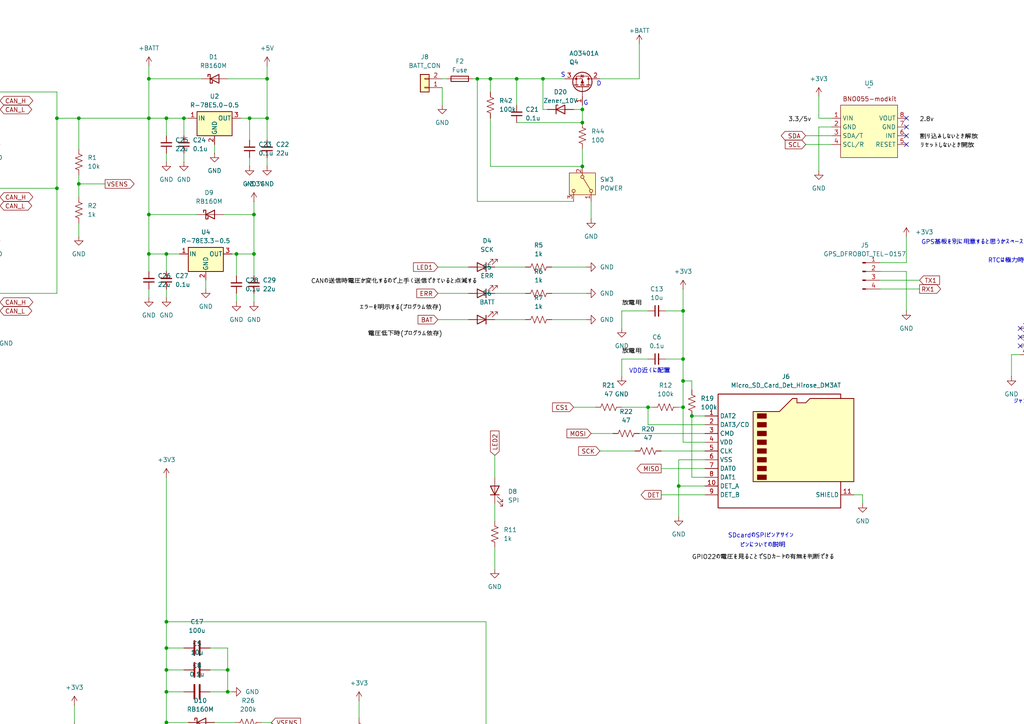
<source format=kicad_sch>
(kicad_sch (version 20231120) (generator "eeschema") (generator_version "8.0")
  (paper "A4")
  (lib_symbols
    (symbol "Connector:Conn_01x04_Pin" (pin_names (offset 1.016) hide)
      (property "Reference" "J" (at 0 5.08 0))
      (property "Value" "Conn_01x04_Pin" (at 0 -7.62 0))
      (symbol "Conn_01x04_Pin_1_1"
        (pin passive line (at 5.08 2.54 180) (length 3.81) (name "Pin_1") (number "1"))
        (pin passive line (at 5.08 0 180) (length 3.81) (name "Pin_2") (number "2"))
        (pin passive line (at 5.08 -2.54 180) (length 3.81) (name "Pin_3") (number "3"))
        (pin passive line (at 5.08 -5.08 180) (length 3.81) (name "Pin_4") (number "4"))
      )
    )
    (symbol "Connector:Micro_SD_Card_Det_Hirose_DM3AT"
      (property "Reference" "J" (at -16.51 17.78 0))
      (property "Value" "Micro_SD_Card_Det_Hirose_DM3AT" (at 16.51 17.78 0))
      (symbol "Micro_SD_Card_Det_Hirose_DM3AT_1_1"
        (pin bidirectional line (at -22.86 10.16 0) (length 3.81) (name "DAT2") (number "1"))
        (pin passive line (at -22.86 -10.16 0) (length 3.81) (name "DET_A") (number "10"))
        (pin passive line (at 20.32 -12.7 180) (length 3.81) (name "SHIELD") (number "11"))
        (pin bidirectional line (at -22.86 7.62 0) (length 3.81) (name "DAT3/CD") (number "2"))
        (pin input line (at -22.86 5.08 0) (length 3.81) (name "CMD") (number "3"))
        (pin power_in line (at -22.86 2.54 0) (length 3.81) (name "VDD") (number "4"))
        (pin input line (at -22.86 0 0) (length 3.81) (name "CLK") (number "5"))
        (pin power_in line (at -22.86 -2.54 0) (length 3.81) (name "VSS") (number "6"))
        (pin bidirectional line (at -22.86 -5.08 0) (length 3.81) (name "DAT0") (number "7"))
        (pin bidirectional line (at -22.86 -7.62 0) (length 3.81) (name "DAT1") (number "8"))
        (pin passive line (at -22.86 -12.7 0) (length 3.81) (name "DET_B") (number "9"))
      )
    )
    (symbol "Connector:RJ25" (pin_names (offset 1.016))
      (property "Reference" "J" (at -5.08 11.43 0))
      (property "Value" "RJ25" (at 2.54 11.43 0))
      (symbol "RJ25_1_1"
        (pin passive line (at 10.16 -5.08 180) (length 2.54) (name "~") (number "1"))
        (pin passive line (at 10.16 -2.54 180) (length 2.54) (name "~") (number "2"))
        (pin passive line (at 10.16 0 180) (length 2.54) (name "~") (number "3"))
        (pin passive line (at 10.16 2.54 180) (length 2.54) (name "~") (number "4"))
        (pin passive line (at 10.16 5.08 180) (length 2.54) (name "~") (number "5"))
        (pin passive line (at 10.16 7.62 180) (length 2.54) (name "~") (number "6"))
      )
    )
    (symbol "Connector:USB_C_Receptacle_USB2.0_14P" (pin_names (offset 1.016))
      (property "Reference" "J" (at 0 22.225 0))
      (property "Value" "USB_C_Receptacle_USB2.0_14P" (at 0 19.685 0))
      (symbol "USB_C_Receptacle_USB2.0_14P_1_1"
        (pin passive line (at 0 -22.86 90) (length 5.08) (name "GND") (number "A1"))
        (pin passive line (at 0 -22.86 90) (length 5.08) hide (name "GND") (number "A12"))
        (pin passive line (at 15.24 15.24 180) (length 5.08) (name "VBUS") (number "A4"))
        (pin bidirectional line (at 15.24 10.16 180) (length 5.08) (name "CC1") (number "A5"))
        (pin bidirectional line (at 15.24 -2.54 180) (length 5.08) (name "D+") (number "A6"))
        (pin bidirectional line (at 15.24 2.54 180) (length 5.08) (name "D-") (number "A7"))
        (pin passive line (at 15.24 15.24 180) (length 5.08) hide (name "VBUS") (number "A9"))
        (pin passive line (at 0 -22.86 90) (length 5.08) hide (name "GND") (number "B1"))
        (pin passive line (at 0 -22.86 90) (length 5.08) hide (name "GND") (number "B12"))
        (pin passive line (at 15.24 15.24 180) (length 5.08) hide (name "VBUS") (number "B4"))
        (pin bidirectional line (at 15.24 7.62 180) (length 5.08) (name "CC2") (number "B5"))
        (pin bidirectional line (at 15.24 -5.08 180) (length 5.08) (name "D+") (number "B6"))
        (pin bidirectional line (at 15.24 0 180) (length 5.08) (name "D-") (number "B7"))
        (pin passive line (at 15.24 15.24 180) (length 5.08) hide (name "VBUS") (number "B9"))
        (pin passive line (at -7.62 -22.86 90) (length 5.08) (name "SHIELD") (number "S1"))
      )
    )
    (symbol "Connector_Generic:Conn_01x02" (pin_names (offset 1.016) hide)
      (property "Reference" "J" (at 0 2.54 0))
      (property "Value" "Conn_01x02" (at 0 -5.08 0))
      (symbol "Conn_01x02_1_1"
        (pin passive line (at -5.08 0 0) (length 3.81) (name "Pin_1") (number "1"))
        (pin passive line (at -5.08 -2.54 0) (length 3.81) (name "Pin_2") (number "2"))
      )
    )
    (symbol "Device:Battery_Cell" (pin_numbers hide) (pin_names (offset 0) hide)
      (property "Reference" "BT" (at 2.54 2.54 0))
      (property "Value" "Battery_Cell" (at 2.54 0 0))
      (symbol "Battery_Cell_1_1"
        (pin passive line (at 0 5.08 270) (length 2.54) (name "+") (number "1"))
        (pin passive line (at 0 -2.54 90) (length 2.54) (name "-") (number "2"))
      )
    )
    (symbol "Device:C" (pin_numbers hide) (pin_names (offset 0.254))
      (property "Reference" "C" (at 0.635 2.54 0))
      (property "Value" "C" (at 0.635 -2.54 0))
      (symbol "C_1_1"
        (pin passive line (at 0 3.81 270) (length 2.794) (name "~") (number "1"))
        (pin passive line (at 0 -3.81 90) (length 2.794) (name "~") (number "2"))
      )
    )
    (symbol "Device:C_Small" (pin_numbers hide) (pin_names (offset 0.254) hide)
      (property "Reference" "C" (at 0.254 1.778 0))
      (property "Value" "C_Small" (at 0.254 -2.032 0))
      (symbol "C_Small_1_1"
        (pin passive line (at 0 2.54 270) (length 2.032) (name "~") (number "1"))
        (pin passive line (at 0 -2.54 90) (length 2.032) (name "~") (number "2"))
      )
    )
    (symbol "Device:D_Schottky" (pin_numbers hide) (pin_names (offset 1.016) hide)
      (property "Reference" "D" (at 0 2.54 0))
      (property "Value" "D_Schottky" (at 0 -2.54 0))
      (symbol "D_Schottky_1_1"
        (pin passive line (at -3.81 0 0) (length 2.54) (name "K") (number "1"))
        (pin passive line (at 3.81 0 180) (length 2.54) (name "A") (number "2"))
      )
    )
    (symbol "Device:D_Zener" (pin_numbers hide) (pin_names (offset 1.016) hide)
      (property "Reference" "D" (at 0 2.54 0))
      (property "Value" "D_Zener" (at 0 -2.54 0))
      (symbol "D_Zener_1_1"
        (pin passive line (at -3.81 0 0) (length 2.54) (name "K") (number "1"))
        (pin passive line (at 3.81 0 180) (length 2.54) (name "A") (number "2"))
      )
    )
    (symbol "Device:FerriteBead_Small" (pin_numbers hide) (pin_names (offset 0))
      (property "Reference" "FB" (at 1.905 1.27 0))
      (property "Value" "FerriteBead_Small" (at 1.905 -1.27 0))
      (symbol "FerriteBead_Small_1_1"
        (pin passive line (at 0 2.54 270) (length 1.27) (name "~") (number "1"))
        (pin passive line (at 0 -2.54 90) (length 1.27) (name "~") (number "2"))
      )
    )
    (symbol "Device:Fuse" (pin_numbers hide) (pin_names (offset 0))
      (property "Reference" "F" (at 2.032 0 90))
      (property "Value" "Fuse" (at -1.905 0 90))
      (symbol "Fuse_1_1"
        (pin passive line (at 0 3.81 270) (length 1.27) (name "~") (number "1"))
        (pin passive line (at 0 -3.81 90) (length 1.27) (name "~") (number "2"))
      )
    )
    (symbol "Device:LED" (pin_numbers hide) (pin_names (offset 1.016) hide)
      (property "Reference" "D" (at 0 2.54 0))
      (property "Value" "LED" (at 0 -2.54 0))
      (symbol "LED_1_1"
        (pin passive line (at -3.81 0 0) (length 2.54) (name "K") (number "1"))
        (pin passive line (at 3.81 0 180) (length 2.54) (name "A") (number "2"))
      )
    )
    (symbol "Device:Q_PMOS_GDS" (pin_names (offset 0) hide)
      (property "Reference" "Q" (at 5.08 1.27 0))
      (property "Value" "Q_PMOS_GDS" (at 5.08 -1.27 0))
      (symbol "Q_PMOS_GDS_1_1"
        (pin input line (at -5.08 0 0) (length 2.54) (name "G") (number "1"))
        (pin passive line (at 2.54 5.08 270) (length 2.54) (name "D") (number "2"))
        (pin passive line (at 2.54 -5.08 90) (length 2.54) (name "S") (number "3"))
      )
    )
    (symbol "Device:R_US" (pin_numbers hide) (pin_names (offset 0))
      (property "Reference" "R" (at 2.54 0 90))
      (property "Value" "R_US" (at -2.54 0 90))
      (symbol "R_US_1_1"
        (pin passive line (at 0 3.81 270) (length 1.27) (name "~") (number "1"))
        (pin passive line (at 0 -3.81 90) (length 1.27) (name "~") (number "2"))
      )
    )
    (symbol "Device:Resonator_Small" (pin_names (offset 1.016) hide)
      (property "Reference" "Y" (at 3.175 1.905 0))
      (property "Value" "Resonator_Small" (at 3.175 0 0))
      (symbol "Resonator_Small_1_1"
        (pin passive line (at -2.54 2.54 270) (length 1.27) (name "1") (number "1"))
        (pin passive line (at 0 -5.08 90) (length 1.27) (name "2") (number "2"))
        (pin passive line (at 2.54 2.54 270) (length 1.27) (name "3") (number "3"))
      )
    )
    (symbol "Interface_CAN_LIN:MCP25625-x-SS"
      (property "Reference" "U2" (at 7.2741 -27.94 0))
      (property "Value" "MCP25625-x-SS" (at 7.2741 -30.48 0))
      (symbol "MCP25625-x-SS_1_1"
        (pin power_in line (at -2.54 27.94 270) (length 2.54) (name "VIO") (number "1"))
        (pin power_in line (at -2.54 -27.94 90) (length 2.54) (name "GND") (number "10"))
        (pin output line (at -15.24 -12.7 0) (length 2.54) (name "~{Rx1BF}") (number "11"))
        (pin output line (at -15.24 -10.16 0) (length 2.54) (name "~{Rx0BF}") (number "12"))
        (pin output line (at -15.24 -17.78 0) (length 2.54) (name "~{INT}") (number "13"))
        (pin input line (at -15.24 17.78 0) (length 2.54) (name "SCK") (number "14"))
        (pin input line (at -15.24 15.24 0) (length 2.54) (name "SI") (number "15"))
        (pin output line (at -15.24 12.7 0) (length 2.54) (name "SO") (number "16"))
        (pin input line (at -15.24 10.16 0) (length 2.54) (name "~{CS}") (number "17"))
        (pin input line (at -15.24 5.08 0) (length 2.54) (name "~{RESET}") (number "18"))
        (pin power_in line (at -5.08 27.94 270) (length 2.54) (name "VDD") (number "19"))
        (pin no_connect line (at 12.7 -15.24 180) (length 2.54) hide (name "NC") (number "2"))
        (pin output line (at 15.24 7.62 180) (length 2.54) (name "TxCAN") (number "20"))
        (pin input line (at 15.24 5.08 180) (length 2.54) (name "RxCAN") (number "21"))
        (pin output line (at -15.24 -22.86 0) (length 2.54) (name "CLKOUT") (number "22"))
        (pin input line (at -15.24 0 0) (length 2.54) (name "~{Tx0RTS}") (number "23"))
        (pin input line (at 15.24 12.7 180) (length 2.54) (name "TXD") (number "24"))
        (pin no_connect line (at 12.7 -17.78 180) (length 2.54) hide (name "NC") (number "25"))
        (pin power_in line (at 5.08 -27.94 90) (length 2.54) (name "VSS") (number "26"))
        (pin power_in line (at 5.08 27.94 270) (length 2.54) (name "VDDA") (number "27"))
        (pin output line (at 15.24 15.24 180) (length 2.54) (name "RXD") (number "28"))
        (pin bidirectional line (at 15.24 20.32 180) (length 2.54) (name "CAN_L") (number "3"))
        (pin bidirectional line (at 15.24 22.86 180) (length 2.54) (name "CAN_H") (number "4"))
        (pin input line (at -15.24 22.86 0) (length 2.54) (name "STBY") (number "5"))
        (pin input line (at -15.24 -2.54 0) (length 2.54) (name "~{Tx1RTS}") (number "6"))
        (pin input line (at -15.24 -5.08 0) (length 2.54) (name "~{Tx2RTS}") (number "7"))
        (pin output line (at 15.24 -5.08 180) (length 2.54) (name "OSC2") (number "8"))
        (pin input line (at 15.24 -12.7 180) (length 2.54) (name "OSC1") (number "9"))
      )
    )
    (symbol "Interface_USB:CH340G"
      (property "Reference" "U" (at -5.08 13.97 0))
      (property "Value" "CH340G" (at 1.27 13.97 0))
      (symbol "CH340G_1_1"
        (pin power_in line (at 0 -15.24 90) (length 2.54) (name "GND") (number "1"))
        (pin input line (at 10.16 0 180) (length 2.54) (name "~{DSR}") (number "10"))
        (pin input line (at 10.16 -2.54 180) (length 2.54) (name "~{RI}") (number "11"))
        (pin input line (at 10.16 -5.08 180) (length 2.54) (name "~{DCD}") (number "12"))
        (pin output line (at 10.16 -7.62 180) (length 2.54) (name "~{DTR}") (number "13"))
        (pin output line (at 10.16 -10.16 180) (length 2.54) (name "~{RTS}") (number "14"))
        (pin input line (at -10.16 7.62 0) (length 2.54) (name "R232") (number "15"))
        (pin power_in line (at -2.54 15.24 270) (length 2.54) (name "VCC") (number "16"))
        (pin output line (at 10.16 10.16 180) (length 2.54) (name "TXD") (number "2"))
        (pin input line (at 10.16 7.62 180) (length 2.54) (name "RXD") (number "3"))
        (pin power_out line (at 0 15.24 270) (length 2.54) (name "V3") (number "4"))
        (pin bidirectional line (at -10.16 2.54 0) (length 2.54) (name "UD+") (number "5"))
        (pin bidirectional line (at -10.16 0 0) (length 2.54) (name "UD-") (number "6"))
        (pin input line (at -10.16 -5.08 0) (length 2.54) (name "XI") (number "7"))
        (pin output line (at -10.16 -10.16 0) (length 2.54) (name "XO") (number "8"))
        (pin input line (at 10.16 2.54 180) (length 2.54) (name "~{CTS}") (number "9"))
      )
    )
    (symbol "Jumper:SolderJumper_2_Open" (pin_numbers hide) (pin_names (offset 0) hide) (exclude_from_sim yes) (in_bom no)
      (property "Reference" "JP" (at 0 2.032 0))
      (property "Value" "SolderJumper_2_Open" (at 0 -2.54 0))
      (symbol "SolderJumper_2_Open_1_1"
        (pin passive line (at -3.81 0 0) (length 2.54) (name "A") (number "1"))
        (pin passive line (at 3.81 0 180) (length 2.54) (name "B") (number "2"))
      )
    )
    (symbol "KUBTSS_parts:Gyro_AE-BNO055-BO"
      (property "Reference" "U" (at 0 12.192 0))
      (symbol "Gyro_AE-BNO055-BO_1_1"
        (text "BNO055-modkit" (at -0.508 9.398 0) (effects (font (size 1.27 1.27))))
        (pin input line (at -11.43 3.81 0) (length 2.54) (name "VIN") (number "1"))
        (pin input line (at -11.43 1.27 0) (length 2.54) (name "GND") (number "2"))
        (pin input line (at -11.43 -1.27 0) (length 2.54) (name "SDA/T") (number "3"))
        (pin input line (at -11.43 -3.81 0) (length 2.54) (name "SCL/R") (number "4"))
        (pin input line (at 10.16 -3.81 180) (length 2.54) (name "RESET") (number "5"))
        (pin input line (at 10.16 -1.27 180) (length 2.54) (name "INT") (number "6"))
        (pin input line (at 10.16 1.27 180) (length 2.54) (name "GND") (number "7"))
        (pin input line (at 10.16 3.81 180) (length 2.54) (name "VOUT") (number "8"))
      )
    )
    (symbol "KUBTSS_parts:RX8900_RTC"
      (property "Reference" "U" (at 0 0 0))
      (symbol "RX8900_RTC_1_1"
        (pin input line (at -7.62 -3.81 0) (length 2.54) (name "FOE") (number "1"))
        (pin input line (at -7.62 -6.35 0) (length 2.54) (name "FOUT") (number "2"))
        (pin input line (at -7.62 -8.89 0) (length 2.54) (name "INT") (number "3"))
        (pin input line (at -7.62 -11.43 0) (length 2.54) (name "GND") (number "4"))
        (pin input line (at 8.89 -11.43 180) (length 2.54) (name "SDA") (number "5"))
        (pin input line (at 8.89 -8.89 180) (length 2.54) (name "SCL") (number "6"))
        (pin input line (at 8.89 -6.35 180) (length 2.54) (name "VBAT") (number "7"))
        (pin input line (at 8.89 -3.81 180) (length 2.54) (name "VDD") (number "8"))
      )
    )
    (symbol "RF_Module:ESP32-WROOM-32"
      (property "Reference" "U" (at -12.7 34.29 0))
      (property "Value" "ESP32-WROOM-32" (at 1.27 34.29 0))
      (symbol "ESP32-WROOM-32_1_1"
        (pin power_in line (at 0 -35.56 90) (length 2.54) (name "GND") (number "1"))
        (pin bidirectional line (at 15.24 -12.7 180) (length 2.54) (name "IO25") (number "10"))
        (pin bidirectional line (at 15.24 -15.24 180) (length 2.54) (name "IO26") (number "11"))
        (pin bidirectional line (at 15.24 -17.78 180) (length 2.54) (name "IO27") (number "12"))
        (pin bidirectional line (at 15.24 10.16 180) (length 2.54) (name "IO14") (number "13"))
        (pin bidirectional line (at 15.24 15.24 180) (length 2.54) (name "IO12") (number "14"))
        (pin passive line (at 0 -35.56 90) (length 2.54) hide (name "GND") (number "15"))
        (pin bidirectional line (at 15.24 12.7 180) (length 2.54) (name "IO13") (number "16"))
        (pin bidirectional line (at -15.24 -5.08 0) (length 2.54) (name "SHD/SD2") (number "17"))
        (pin bidirectional line (at -15.24 -7.62 0) (length 2.54) (name "SWP/SD3") (number "18"))
        (pin bidirectional line (at -15.24 -12.7 0) (length 2.54) (name "SCS/CMD") (number "19"))
        (pin power_in line (at 0 35.56 270) (length 2.54) (name "VDD") (number "2"))
        (pin bidirectional line (at -15.24 -10.16 0) (length 2.54) (name "SCK/CLK") (number "20"))
        (pin bidirectional line (at -15.24 0 0) (length 2.54) (name "SDO/SD0") (number "21"))
        (pin bidirectional line (at -15.24 -2.54 0) (length 2.54) (name "SDI/SD1") (number "22"))
        (pin bidirectional line (at 15.24 7.62 180) (length 2.54) (name "IO15") (number "23"))
        (pin bidirectional line (at 15.24 25.4 180) (length 2.54) (name "IO2") (number "24"))
        (pin bidirectional line (at 15.24 30.48 180) (length 2.54) (name "IO0") (number "25"))
        (pin bidirectional line (at 15.24 20.32 180) (length 2.54) (name "IO4") (number "26"))
        (pin bidirectional line (at 15.24 5.08 180) (length 2.54) (name "IO16") (number "27"))
        (pin bidirectional line (at 15.24 2.54 180) (length 2.54) (name "IO17") (number "28"))
        (pin bidirectional line (at 15.24 17.78 180) (length 2.54) (name "IO5") (number "29"))
        (pin input line (at -15.24 30.48 0) (length 2.54) (name "EN") (number "3"))
        (pin bidirectional line (at 15.24 0 180) (length 2.54) (name "IO18") (number "30"))
        (pin bidirectional line (at 15.24 -2.54 180) (length 2.54) (name "IO19") (number "31"))
        (pin no_connect line (at -12.7 -27.94 0) (length 2.54) hide (name "NC") (number "32"))
        (pin bidirectional line (at 15.24 -5.08 180) (length 2.54) (name "IO21") (number "33"))
        (pin bidirectional line (at 15.24 22.86 180) (length 2.54) (name "RXD0/IO3") (number "34"))
        (pin bidirectional line (at 15.24 27.94 180) (length 2.54) (name "TXD0/IO1") (number "35"))
        (pin bidirectional line (at 15.24 -7.62 180) (length 2.54) (name "IO22") (number "36"))
        (pin bidirectional line (at 15.24 -10.16 180) (length 2.54) (name "IO23") (number "37"))
        (pin passive line (at 0 -35.56 90) (length 2.54) hide (name "GND") (number "38"))
        (pin passive line (at 0 -35.56 90) (length 2.54) hide (name "GND") (number "39"))
        (pin input line (at -15.24 25.4 0) (length 2.54) (name "SENSOR_VP") (number "4"))
        (pin input line (at -15.24 22.86 0) (length 2.54) (name "SENSOR_VN") (number "5"))
        (pin input line (at 15.24 -25.4 180) (length 2.54) (name "IO34") (number "6"))
        (pin input line (at 15.24 -27.94 180) (length 2.54) (name "IO35") (number "7"))
        (pin bidirectional line (at 15.24 -20.32 180) (length 2.54) (name "IO32") (number "8"))
        (pin bidirectional line (at 15.24 -22.86 180) (length 2.54) (name "IO33") (number "9"))
      )
    )
    (symbol "Regulator_Linear:LM1117MP-3.3"
      (property "Reference" "U" (at -3.81 3.175 0))
      (property "Value" "LM1117MP-3.3" (at 0 3.175 0))
      (symbol "LM1117MP-3.3_1_1"
        (pin power_in line (at 0 -7.62 90) (length 2.54) (name "GND") (number "1"))
        (pin power_out line (at 7.62 0 180) (length 2.54) (name "VO") (number "2"))
        (pin power_in line (at -7.62 0 0) (length 2.54) (name "VI") (number "3"))
      )
    )
    (symbol "Regulator_Switching:R-78E5.0-0.5" (pin_names (offset 0.254))
      (property "Reference" "U" (at -3.81 3.175 0))
      (property "Value" "R-78E5.0-0.5" (at 0 3.175 0))
      (symbol "R-78E5.0-0.5_1_1"
        (pin power_in line (at -7.62 0 0) (length 2.54) (name "IN") (number "1"))
        (pin power_in line (at 0 -7.62 90) (length 2.54) (name "GND") (number "2"))
        (pin power_out line (at 7.62 0 180) (length 2.54) (name "OUT") (number "3"))
      )
    )
    (symbol "Switch:SW_Push" (pin_numbers hide) (pin_names (offset 1.016) hide)
      (property "Reference" "SW" (at 1.27 2.54 0))
      (property "Value" "SW_Push" (at 0 -1.524 0))
      (symbol "SW_Push_0_1"
        (pin passive line (at -5.08 0 0) (length 2.54) (name "1") (number "1"))
        (pin passive line (at 5.08 0 180) (length 2.54) (name "2") (number "2"))
      )
    )
    (symbol "Switch:SW_SPDT" (pin_names (offset 0) hide)
      (property "Reference" "SW" (at 0 5.08 0))
      (property "Value" "SW_SPDT" (at 0 -5.08 0))
      (symbol "SW_SPDT_1_1"
        (pin passive line (at 5.08 2.54 180) (length 2.54) (name "A") (number "1"))
        (pin passive line (at -5.08 0 0) (length 2.54) (name "B") (number "2"))
        (pin passive line (at 5.08 -2.54 180) (length 2.54) (name "C") (number "3"))
      )
    )
    (symbol "Transistor_BJT:MMBT3904" (pin_names (offset 0) hide)
      (property "Reference" "Q" (at 5.08 1.905 0))
      (property "Value" "MMBT3904" (at 5.08 0 0))
      (symbol "MMBT3904_1_1"
        (pin input line (at -5.08 0 0) (length 5.715) (name "B") (number "1"))
        (pin passive line (at 2.54 -5.08 90) (length 2.54) (name "E") (number "2"))
        (pin passive line (at 2.54 5.08 270) (length 2.54) (name "C") (number "3"))
      )
    )
    (symbol "power:+3V3" (power) (pin_numbers hide) (pin_names (offset 0) hide)
      (property "Value" "+3V3" (at 0 3.556 0))
      (symbol "+3V3_1_1"
        (pin power_in line (at 0 0 90) (length 0) (name "~") (number "1"))
      )
    )
    (symbol "power:+5V" (power) (pin_numbers hide) (pin_names (offset 0) hide)
      (property "Value" "+5V" (at 0 3.556 0))
      (symbol "+5V_1_1"
        (pin power_in line (at 0 0 90) (length 0) (name "~") (number "1"))
      )
    )
    (symbol "power:+BATT" (power) (pin_numbers hide) (pin_names (offset 0) hide)
      (property "Value" "+BATT" (at 0 3.556 0))
      (symbol "+BATT_1_1"
        (pin power_in line (at 0 0 90) (length 0) (name "~") (number "1"))
      )
    )
    (symbol "power:GND" (power) (pin_numbers hide) (pin_names (offset 0) hide)
      (property "Value" "GND" (at 0 -3.81 0))
      (symbol "GND_1_1"
        (pin power_in line (at 0 0 270) (length 0) (name "~") (number "1"))
      )
    )
  )
  (junction (at -83.82 194.31))
  (junction (at 83.82 236.22))
  (junction (at -142.24 234.95))
  (junction (at 196.85 140.97))
  (junction (at 198.12 118.11))
  (junction (at -142.24 248.92))
  (junction (at -62.23 288.29))
  (junction (at 15.24 220.98))
  (junction (at 43.18 62.23))
  (junction (at 16.51 54.61))
  (junction (at 21.59 220.98))
  (junction (at 72.39 34.29))
  (junction (at 48.26 34.29))
  (junction (at 168.91 35.56))
  (junction (at -46.99 205.74))
  (junction (at 68.58 73.66))
  (junction (at 78.74 229.87))
  (junction (at 168.91 31.75))
  (junction (at 48.26 187.96))
  (junction (at 43.18 22.86))
  (junction (at 317.5 88.9))
  (junction (at 200.66 228.6))
  (junction (at 48.26 73.66))
  (junction (at 66.04 194.31))
  (junction (at 22.86 53.34))
  (junction (at -97.79 184.15))
  (junction (at 48.26 200.66))
  (junction (at 187.96 118.11))
  (junction (at 66.04 200.66))
  (junction (at 208.28 227.33))
  (junction (at 168.91 48.26))
  (junction (at 110.49 220.98))
  (junction (at 198.12 104.14))
  (junction (at -64.77 266.7))
  (junction (at -104.14 210.82))
  (junction (at 124.46 243.84))
  (junction (at 198.12 90.17))
  (junction (at 138.43 22.86))
  (junction (at 200.66 120.65))
  (junction (at 140.97 223.52))
  (junction (at 53.34 34.29))
  (junction (at 16.51 34.29))
  (junction (at 104.14 220.98))
  (junction (at -93.98 184.15))
  (junction (at 77.47 34.29))
  (junction (at 208.28 241.3))
  (junction (at -73.66 184.15))
  (junction (at 48.26 180.34))
  (junction (at 198.12 110.49))
  (junction (at 22.86 34.29))
  (junction (at 157.48 22.86))
  (junction (at 43.18 34.29))
  (junction (at -69.85 184.15))
  (junction (at 327.66 97.79))
  (junction (at 48.26 209.55))
  (junction (at 77.47 22.86))
  (junction (at 200.66 222.25))
  (junction (at 73.66 73.66))
  (junction (at 149.86 22.86))
  (junction (at 142.24 22.86))
  (junction (at 208.28 245.11))
  (junction (at 198.12 237.49))
  (junction (at 132.08 241.3))
  (junction (at 43.18 73.66))
  (junction (at 73.66 62.23))
  (junction (at -106.68 213.36))
  (junction (at 198.12 243.84))
  (junction (at 48.26 194.31))
  (no_connect (at -59.69 220.98))
  (no_connect (at -5.08 52.07))
  (no_connect (at 187.96 279.4))
  (no_connect (at 295.91 95.25))
  (no_connect (at -59.69 218.44))
  (no_connect (at 187.96 281.94))
  (no_connect (at 187.96 276.86))
  (no_connect (at 187.96 287.02))
  (no_connect (at 187.96 289.56))
  (no_connect (at -59.69 215.9))
  (no_connect (at -5.08 36.83))
  (no_connect (at -80.01 208.28))
  (no_connect (at -5.08 64.77))
  (no_connect (at 262.89 39.37))
  (no_connect (at 295.91 100.33))
  (no_connect (at -5.08 82.55))
  (no_connect (at 262.89 41.91))
  (no_connect (at -5.08 95.25))
  (no_connect (at 262.89 36.83))
  (no_connect (at -5.08 24.13))
  (no_connect (at -59.69 213.36))
  (no_connect (at 187.96 299.72))
  (no_connect (at 295.91 97.79))
  (no_connect (at 262.89 34.29))
  (wire (pts (xy -49.53 208.28) (xy -35.56 208.28)))
  (wire (pts (xy 63.5 251.46) (xy 71.12 251.46)))
  (wire (pts (xy -16.51 5.08) (xy -12.7 5.08)))
  (wire (pts (xy -16.51 -11.43) (xy -16.51 -7.62)))
  (wire (pts (xy 208.28 245.11) (xy 213.36 245.11)))
  (wire (pts (xy -148.59 248.92) (xy -142.24 248.92)))
  (wire (pts (xy 78.74 251.46) (xy 83.82 251.46)))
  (wire (pts (xy -73.66 186.69) (xy -73.66 184.15)))
  (wire (pts (xy 16.51 54.61) (xy 16.51 34.29)))
  (wire (pts (xy -5.08 34.29) (xy -1.27 34.29)))
  (wire (pts (xy 73.66 276.86) (xy 63.5 276.86)))
  (wire (pts (xy 220.98 289.56) (xy 218.44 289.56)))
  (wire (pts (xy 187.96 90.17) (xy 180.34 90.17)))
  (wire (pts (xy -73.66 173.99) (xy -73.66 184.15)))
  (wire (pts (xy 138.43 58.42) (xy 138.43 22.86)))
  (wire (pts (xy 43.18 62.23) (xy 57.15 62.23)))
  (wire (pts (xy 213.36 241.3) (xy 208.28 241.3)))
  (wire (pts (xy 67.31 73.66) (xy 68.58 73.66)))
  (wire (pts (xy 204.47 133.35) (xy 196.85 133.35)))
  (wire (pts (xy 173.99 130.81) (xy 184.15 130.81)))
  (wire (pts (xy 233.68 41.91) (xy 241.3 41.91)))
  (wire (pts (xy 204.47 138.43) (xy 200.66 138.43)))
  (wire (pts (xy 48.26 34.29) (xy 48.26 39.37)))
  (wire (pts (xy 182.88 264.16) (xy 187.96 264.16)))
  (wire (pts (xy 191.77 130.81) (xy 204.47 130.81)))
  (wire (pts (xy 196.85 140.97) (xy 204.47 140.97)))
  (wire (pts (xy 198.12 128.27) (xy 204.47 128.27)))
  (wire (pts (xy 73.66 85.09) (xy 73.66 87.63)))
  (wire (pts (xy -82.55 226.06) (xy -80.01 226.06)))
  (wire (pts (xy -40.64 288.29) (xy -31.75 288.29)))
  (wire (pts (xy 160.02 77.47) (xy 170.18 77.47)))
  (wire (pts (xy 182.88 294.64) (xy 187.96 294.64)))
  (wire (pts (xy 104.14 215.9) (xy 104.14 220.98)))
  (wire (pts (xy 48.26 194.31) (xy 48.26 200.66)))
  (wire (pts (xy 16.51 34.29) (xy 22.86 34.29)))
  (wire (pts (xy 168.91 43.18) (xy 168.91 48.26)))
  (wire (pts (xy -5.08 87.63) (xy 0 87.63)))
  (wire (pts (xy 22.86 53.34) (xy 22.86 57.15)))
  (wire (pts (xy 63.5 256.54) (xy 71.12 256.54)))
  (wire (pts (xy 21.59 220.98) (xy 21.59 223.52)))
  (wire (pts (xy -62.23 274.32) (xy -62.23 288.29)))
  (wire (pts (xy 138.43 22.86) (xy 142.24 22.86)))
  (wire (pts (xy 142.24 48.26) (xy 168.91 48.26)))
  (wire (pts (xy 73.66 62.23) (xy 73.66 73.66)))
  (wire (pts (xy -52.07 280.67) (xy -45.72 280.67)))
  (wire (pts (xy 63.5 264.16) (xy 83.82 264.16)))
  (wire (pts (xy -119.38 184.15) (xy -118.11 184.15)))
  (wire (pts (xy 327.66 96.52) (xy 327.66 97.79)))
  (wire (pts (xy -83.82 194.31) (xy -82.55 194.31)))
  (wire (pts (xy -12.7 -22.86) (xy -16.51 -22.86)))
  (wire (pts (xy 185.42 222.25) (xy 190.5 222.25)))
  (wire (pts (xy 200.66 138.43) (xy 200.66 120.65)))
  (wire (pts (xy 233.68 39.37) (xy 241.3 39.37)))
  (wire (pts (xy 185.42 125.73) (xy 204.47 125.73)))
  (wire (pts (xy -46.99 205.74) (xy -44.45 205.74)))
  (wire (pts (xy 218.44 245.11) (xy 224.79 245.11)))
  (wire (pts (xy 110.49 232.41) (xy 110.49 233.68)))
  (wire (pts (xy 48.26 138.43) (xy 48.26 180.34)))
  (wire (pts (xy -59.69 205.74) (xy -57.15 205.74)))
  (wire (pts (xy -142.24 234.95) (xy -142.24 236.22)))
  (wire (pts (xy -90.17 196.85) (xy -97.79 196.85)))
  (wire (pts (xy 48.26 209.55) (xy 48.26 215.9)))
  (wire (pts (xy -59.69 280.67) (xy -64.77 280.67)))
  (wire (pts (xy 85.09 242.57) (xy 83.82 242.57)))
  (wire (pts (xy -68.58 195.58) (xy -69.85 195.58)))
  (wire (pts (xy 78.74 219.71) (xy 78.74 229.87)))
  (wire (pts (xy -5.08 26.67) (xy 16.51 26.67)))
  (wire (pts (xy -119.38 213.36) (xy -106.68 213.36)))
  (wire (pts (xy -59.69 223.52) (xy -54.61 223.52)))
  (wire (pts (xy 66.04 200.66) (xy 67.31 200.66)))
  (wire (pts (xy 16.51 54.61) (xy 16.51 85.09)))
  (wire (pts (xy 43.18 62.23) (xy 43.18 34.29)))
  (wire (pts (xy -91.44 215.9) (xy -80.01 215.9)))
  (wire (pts (xy -73.66 184.15) (xy -76.2 184.15)))
  (wire (pts (xy 43.18 22.86) (xy 58.42 22.86)))
  (wire (pts (xy 198.12 90.17) (xy 198.12 104.14)))
  (wire (pts (xy 143.51 146.05) (xy 143.51 151.13)))
  (wire (pts (xy 104.14 220.98) (xy 104.14 222.25)))
  (wire (pts (xy 157.48 22.86) (xy 163.83 22.86)))
  (wire (pts (xy -72.39 200.66) (xy -78.74 200.66)))
  (wire (pts (xy 171.45 125.73) (xy 177.8 125.73)))
  (wire (pts (xy 48.26 180.34) (xy 140.97 180.34)))
  (wire (pts (xy 104.14 220.98) (xy 110.49 220.98)))
  (wire (pts (xy 180.34 104.14) (xy 180.34 109.22)))
  (wire (pts (xy -87.63 173.99) (xy -93.98 173.99)))
  (wire (pts (xy 64.77 62.23) (xy 73.66 62.23)))
  (wire (pts (xy 198.12 110.49) (xy 198.12 118.11)))
  (wire (pts (xy -110.49 184.15) (xy -109.22 184.15)))
  (wire (pts (xy -49.53 205.74) (xy -46.99 205.74)))
  (wire (pts (xy 312.42 100.33) (xy 316.23 100.33)))
  (wire (pts (xy 200.66 222.25) (xy 200.66 228.6)))
  (wire (pts (xy 48.26 73.66) (xy 52.07 73.66)))
  (wire (pts (xy -82.55 220.98) (xy -80.01 220.98)))
  (wire (pts (xy 168.91 30.48) (xy 168.91 31.75)))
  (wire (pts (xy -142.24 243.84) (xy -142.24 248.92)))
  (wire (pts (xy 63.5 259.08) (xy 85.09 259.08)))
  (wire (pts (xy -62.23 288.29) (xy -66.04 288.29)))
  (wire (pts (xy 77.47 22.86) (xy 77.47 34.29)))
  (wire (pts (xy 21.59 231.14) (xy 21.59 234.95)))
  (wire (pts (xy 195.58 228.6) (xy 200.66 228.6)))
  (wire (pts (xy 208.28 245.11) (xy 208.28 248.92)))
  (wire (pts (xy 63.5 238.76) (xy 69.85 238.76)))
  (wire (pts (xy -148.59 245.11) (xy -148.59 248.92)))
  (wire (pts (xy 218.44 261.62) (xy 222.25 261.62)))
  (wire (pts (xy -1.27 34.29) (xy -1.27 40.64)))
  (wire (pts (xy 63.5 228.6) (xy 69.85 228.6)))
  (wire (pts (xy 63.5 279.4) (xy 74.93 279.4)))
  (wire (pts (xy 78.74 209.55) (xy 78.74 212.09)))
  (wire (pts (xy 60.96 200.66) (xy 66.04 200.66)))
  (wire (pts (xy 48.26 73.66) (xy 48.26 78.74)))
  (wire (pts (xy 223.52 241.3) (xy 218.44 241.3)))
  (wire (pts (xy 262.89 78.74) (xy 262.89 90.17)))
  (wire (pts (xy 198.12 83.82) (xy 198.12 90.17)))
  (wire (pts (xy 255.27 81.28) (xy 266.7 81.28)))
  (wire (pts (xy -97.79 184.15) (xy -93.98 184.15)))
  (wire (pts (xy -5.08 57.15) (xy 0 57.15)))
  (wire (pts (xy 48.26 209.55) (xy 54.61 209.55)))
  (wire (pts (xy -93.98 194.31) (xy -92.71 194.31)))
  (wire (pts (xy 140.97 180.34) (xy 140.97 223.52)))
  (wire (pts (xy 43.18 73.66) (xy 48.26 73.66)))
  (wire (pts (xy 66.04 22.86) (xy 77.47 22.86)))
  (wire (pts (xy 43.18 73.66) (xy 43.18 78.74)))
  (wire (pts (xy 83.82 242.57) (xy 83.82 236.22)))
  (wire (pts (xy 149.86 22.86) (xy 149.86 30.48)))
  (wire (pts (xy 68.58 73.66) (xy 68.58 80.01)))
  (wire (pts (xy -59.69 195.58) (xy -59.69 198.12)))
  (wire (pts (xy -101.6 184.15) (xy -97.79 184.15)))
  (wire (pts (xy 312.42 97.79) (xy 327.66 97.79)))
  (wire (pts (xy 48.26 187.96) (xy 48.26 194.31)))
  (wire (pts (xy 22.86 53.34) (xy 30.48 53.34)))
  (wire (pts (xy 198.12 227.33) (xy 208.28 227.33)))
  (wire (pts (xy 173.99 22.86) (xy 185.42 22.86)))
  (wire (pts (xy 110.49 220.98) (xy 114.3 220.98)))
  (wire (pts (xy -16.51 -22.86) (xy -16.51 -19.05)))
  (wire (pts (xy 78.74 229.87) (xy 82.55 229.87)))
  (wire (pts (xy 262.89 76.2) (xy 262.89 68.58)))
  (wire (pts (xy 255.27 78.74) (xy 262.89 78.74)))
  (wire (pts (xy 72.39 34.29) (xy 77.47 34.29)))
  (wire (pts (xy 78.74 229.87) (xy 78.74 233.68)))
  (wire (pts (xy -64.77 280.67) (xy -64.77 266.7)))
  (wire (pts (xy 200.66 304.8) (xy 200.66 309.88)))
  (wire (pts (xy 317.5 88.9) (xy 318.77 88.9)))
  (wire (pts (xy -93.98 184.15) (xy -91.44 184.15)))
  (wire (pts (xy 62.23 209.55) (xy 68.1799 209.55)))
  (wire (pts (xy 313.69 102.87) (xy 312.42 102.87)))
  (wire (pts (xy 208.28 234.95) (xy 208.28 241.3)))
  (wire (pts (xy 63.5 254) (xy 71.12 254)))
  (wire (pts (xy 127 92.71) (xy 135.89 92.71)))
  (wire (pts (xy 15.24 220.98) (xy 15.24 223.52)))
  (wire (pts (xy 193.04 237.49) (xy 198.12 237.49)))
  (wire (pts (xy -59.69 208.28) (xy -57.15 208.28)))
  (wire (pts (xy -119.38 210.82) (xy -104.14 210.82)))
  (wire (pts (xy -60.96 195.58) (xy -59.69 195.58)))
  (wire (pts (xy -66.04 266.7) (xy -64.77 266.7)))
  (wire (pts (xy 71.12 223.52) (xy 63.5 223.52)))
  (wire (pts (xy 72.39 45.72) (xy 72.39 48.26)))
  (wire (pts (xy 53.34 34.29) (xy 53.34 39.37)))
  (wire (pts (xy -69.85 179.07) (xy -69.85 184.15)))
  (wire (pts (xy 43.18 19.05) (xy 43.18 22.86)))
  (wire (pts (xy 53.34 44.45) (xy 53.34 46.99)))
  (wire (pts (xy -119.38 215.9) (xy -106.68 215.9)))
  (wire (pts (xy -62.23 288.29) (xy -50.8 288.29)))
  (wire (pts (xy 180.34 118.11) (xy 187.96 118.11)))
  (wire (pts (xy 293.37 102.87) (xy 293.37 109.22)))
  (wire (pts (xy 168.91 254) (xy 175.26 254)))
  (wire (pts (xy 316.23 106.68) (xy 316.23 100.33)))
  (wire (pts (xy 327.66 97.79) (xy 327.66 99.06)))
  (wire (pts (xy 218.44 254) (xy 222.25 254)))
  (wire (pts (xy 193.04 243.84) (xy 198.12 243.84)))
  (wire (pts (xy 48.26 44.45) (xy 48.26 46.99)))
  (wire (pts (xy -74.93 194.31) (xy -73.66 194.31)))
  (wire (pts (xy 15.24 233.68) (xy 15.24 234.95)))
  (wire (pts (xy -142.24 248.92) (xy -142.24 255.27)))
  (wire (pts (xy 140.97 223.52) (xy 124.46 223.52)))
  (wire (pts (xy 60.96 194.31) (xy 66.04 194.31)))
  (wire (pts (xy 200.66 113.03) (xy 200.66 110.49)))
  (wire (pts (xy 255.27 76.2) (xy 262.89 76.2)))
  (wire (pts (xy 63.5 220.98) (xy 87.63 220.98)))
  (wire (pts (xy 77.47 34.29) (xy 77.47 40.64)))
  (wire (pts (xy 218.44 281.94) (xy 220.98 281.94)))
  (wire (pts (xy 21.59 220.98) (xy 33.02 220.98)))
  (wire (pts (xy 54.61 34.29) (xy 53.34 34.29)))
  (wire (pts (xy 149.86 35.56) (xy 168.91 35.56)))
  (wire (pts (xy -83.82 191.77) (xy -83.82 194.31)))
  (wire (pts (xy -119.38 184.15) (xy -119.38 195.58)))
  (wire (pts (xy 75.7999 209.55) (xy 78.74 209.55)))
  (wire (pts (xy -86.36 200.66) (xy -90.17 200.66)))
  (wire (pts (xy 250.19 143.51) (xy 250.19 146.05)))
  (wire (pts (xy -142.24 233.68) (xy -142.24 234.95)))
  (wire (pts (xy 143.51 132.08) (xy 143.51 138.43)))
  (wire (pts (xy 22.86 34.29) (xy 43.18 34.29)))
  (wire (pts (xy -1.27 92.71) (xy -1.27 99.06)))
  (wire (pts (xy 198.12 118.11) (xy 198.12 128.27)))
  (wire (pts (xy -59.69 226.06) (xy -54.61 226.06)))
  (wire (pts (xy 166.37 58.42) (xy 138.43 58.42)))
  (wire (pts (xy 48.26 200.66) (xy 48.26 209.55)))
  (wire (pts (xy 191.77 143.51) (xy 204.47 143.51)))
  (wire (pts (xy 69.85 34.29) (xy 72.39 34.29)))
  (wire (pts (xy 195.58 222.25) (xy 200.66 222.25)))
  (wire (pts (xy -83.82 194.31) (xy -83.82 195.58)))
  (wire (pts (xy 208.28 223.52) (xy 208.28 227.33)))
  (wire (pts (xy 21.59 204.47) (xy 21.59 209.55)))
  (wire (pts (xy 78.74 254) (xy 83.82 254)))
  (wire (pts (xy 193.04 104.14) (xy 198.12 104.14)))
  (wire (pts (xy 48.26 180.34) (xy 48.26 187.96)))
  (wire (pts (xy -5.08 31.75) (xy 0 31.75)))
  (wire (pts (xy -5.08 85.09) (xy 16.51 85.09)))
  (wire (pts (xy 110.49 220.98) (xy 110.49 222.25)))
  (wire (pts (xy 43.18 22.86) (xy 43.18 34.29)))
  (wire (pts (xy 104.14 229.87) (xy 104.14 231.14)))
  (wire (pts (xy 63.5 233.68) (xy 78.74 233.68)))
  (wire (pts (xy 200.66 228.6) (xy 200.66 248.92)))
  (wire (pts (xy 92.71 242.57) (xy 95.25 242.57)))
  (wire (pts (xy 220.98 281.94) (xy 220.98 283.21)))
  (wire (pts (xy -148.59 234.95) (xy -142.24 234.95)))
  (wire (pts (xy 157.48 31.75) (xy 158.75 31.75)))
  (wire (pts (xy 48.26 187.96) (xy 53.34 187.96)))
  (wire (pts (xy -5.08 90.17) (xy 0 90.17)))
  (wire (pts (xy 77.47 19.05) (xy 77.47 22.86)))
  (wire (pts (xy 208.28 227.33) (xy 208.28 229.87)))
  (wire (pts (xy 43.18 83.82) (xy 43.18 86.36)))
  (wire (pts (xy 313.69 106.68) (xy 313.69 102.87)))
  (wire (pts (xy -80.01 173.99) (xy -73.66 173.99)))
  (wire (pts (xy -119.38 203.2) (xy -118.11 203.2)))
  (wire (pts (xy 187.96 118.11) (xy 187.96 123.19)))
  (wire (pts (xy 182.88 243.84) (xy 187.96 243.84)))
  (wire (pts (xy 132.08 226.06) (xy 140.97 226.06)))
  (wire (pts (xy 127 85.09) (xy 135.89 85.09)))
  (wire (pts (xy -91.44 213.36) (xy -80.01 213.36)))
  (wire (pts (xy 198.12 227.33) (xy 198.12 237.49)))
  (wire (pts (xy 143.51 85.09) (xy 152.4 85.09)))
  (wire (pts (xy 22.86 50.8) (xy 22.86 53.34)))
  (wire (pts (xy -110.49 200.66) (xy -109.22 200.66)))
  (wire (pts (xy 182.88 254) (xy 187.96 254)))
  (wire (pts (xy 220.98 264.16) (xy 220.98 269.24)))
  (wire (pts (xy 182.88 237.49) (xy 187.96 237.49)))
  (wire (pts (xy 87.63 229.87) (xy 90.17 229.87)))
  (wire (pts (xy 53.34 34.29) (xy 48.26 34.29)))
  (wire (pts (xy 62.23 41.91) (xy 62.23 44.45)))
  (wire (pts (xy 160.02 92.71) (xy 170.18 92.71)))
  (wire (pts (xy -93.98 184.15) (xy -93.98 186.69)))
  (wire (pts (xy -92.71 223.52) (xy -90.17 223.52)))
  (wire (pts (xy 128.27 22.86) (xy 129.54 22.86)))
  (wire (pts (xy 132.08 227.33) (xy 132.08 226.06)))
  (wire (pts (xy 157.48 22.86) (xy 157.48 31.75)))
  (wire (pts (xy 241.3 36.83) (xy 237.49 36.83)))
  (wire (pts (xy 200.66 218.44) (xy 200.66 222.25)))
  (wire (pts (xy 255.27 83.82) (xy 266.7 83.82)))
  (wire (pts (xy 78.74 256.54) (xy 83.82 256.54)))
  (wire (pts (xy 198.12 104.14) (xy 198.12 110.49)))
  (wire (pts (xy 237.49 36.83) (xy 237.49 49.53)))
  (wire (pts (xy -93.98 173.99) (xy -93.98 184.15)))
  (wire (pts (xy 317.5 88.9) (xy 317.5 95.25)))
  (wire (pts (xy 15.24 220.98) (xy 21.59 220.98)))
  (wire (pts (xy 196.85 133.35) (xy 196.85 140.97)))
  (wire (pts (xy -46.99 218.44) (xy -46.99 219.71)))
  (wire (pts (xy 66.04 187.96) (xy 66.04 194.31)))
  (wire (pts (xy -104.14 210.82) (xy -104.14 215.9)))
  (wire (pts (xy -134.62 233.68) (xy -134.62 238.76)))
  (wire (pts (xy 228.6 285.75) (xy 233.68 285.75)))
  (wire (pts (xy -104.14 215.9) (xy -99.06 215.9)))
  (wire (pts (xy 220.98 288.29) (xy 220.98 289.56)))
  (wire (pts (xy -119.38 200.66) (xy -118.11 200.66)))
  (wire (pts (xy 95.25 236.22) (xy 83.82 236.22)))
  (wire (pts (xy 196.85 140.97) (xy 196.85 149.86)))
  (wire (pts (xy -40.64 266.7) (xy -31.75 266.7)))
  (wire (pts (xy 77.47 45.72) (xy 77.47 48.26)))
  (wire (pts (xy -59.69 274.32) (xy -62.23 274.32)))
  (wire (pts (xy 72.39 34.29) (xy 72.39 40.64)))
  (wire (pts (xy 104.14 203.2) (xy 104.14 208.28)))
  (wire (pts (xy 142.24 22.86) (xy 149.86 22.86)))
  (wire (pts (xy -46.99 205.74) (xy -46.99 210.82)))
  (wire (pts (xy 48.26 83.82) (xy 48.26 86.36)))
  (wire (pts (xy -52.07 274.32) (xy -45.72 274.32)))
  (wire (pts (xy 198.12 243.84) (xy 198.12 248.92)))
  (wire (pts (xy 124.46 234.95) (xy 124.46 243.84)))
  (wire (pts (xy 133.35 241.3) (xy 132.08 241.3)))
  (wire (pts (xy 73.66 58.42) (xy 73.66 62.23)))
  (wire (pts (xy 143.51 77.47) (xy 152.4 77.47)))
  (wire (pts (xy 327.66 106.68) (xy 327.66 109.22)))
  (wire (pts (xy 168.91 31.75) (xy 168.91 35.56)))
  (wire (pts (xy 200.66 120.65) (xy 204.47 120.65)))
  (wire (pts (xy 143.51 158.75) (xy 143.51 165.1)))
  (wire (pts (xy -57.15 184.15) (xy -57.15 189.23)))
  (wire (pts (xy 218.44 264.16) (xy 220.98 264.16)))
  (wire (pts (xy -110.49 203.2) (xy -109.22 203.2)))
  (wire (pts (xy -5.08 92.71) (xy -1.27 92.71)))
  (wire (pts (xy 187.96 104.14) (xy 180.34 104.14)))
  (wire (pts (xy -1.27 62.23) (xy -1.27 68.58)))
  (wire (pts (xy 173.99 271.78) (xy 177.8 271.78)))
  (wire (pts (xy -5.08 29.21) (xy 0 29.21)))
  (wire (pts (xy 182.88 259.08) (xy 187.96 259.08)))
  (wire (pts (xy 187.96 118.11) (xy 189.23 118.11)))
  (wire (pts (xy 95.25 220.98) (xy 104.14 220.98)))
  (wire (pts (xy -148.59 237.49) (xy -148.59 234.95)))
  (wire (pts (xy 222.25 261.62) (xy 222.25 271.78)))
  (wire (pts (xy 132.08 241.3) (xy 63.5 241.3)))
  (wire (pts (xy 59.69 81.28) (xy 59.69 83.82)))
  (wire (pts (xy 182.88 266.7) (xy 187.96 266.7)))
  (wire (pts (xy 198.12 237.49) (xy 198.12 243.84)))
  (wire (pts (xy 63.5 266.7) (xy 83.82 266.7)))
  (wire (pts (xy 222.25 256.54) (xy 218.44 256.54)))
  (wire (pts (xy 137.16 22.86) (xy 138.43 22.86)))
  (wire (pts (xy 63.5 248.92) (xy 71.12 248.92)))
  (wire (pts (xy -69.85 184.15) (xy -66.04 184.15)))
  (wire (pts (xy 43.18 73.66) (xy 43.18 62.23)))
  (wire (pts (xy 68.58 85.09) (xy 68.58 87.63)))
  (wire (pts (xy -97.79 196.85) (xy -97.79 184.15)))
  (wire (pts (xy 68.58 73.66) (xy 73.66 73.66)))
  (wire (pts (xy 132.08 234.95) (xy 132.08 241.3)))
  (wire (pts (xy -5.08 59.69) (xy 0 59.69)))
  (wire (pts (xy 185.42 228.6) (xy 190.5 228.6)))
  (wire (pts (xy -64.77 266.7) (xy -50.8 266.7)))
  (wire (pts (xy 237.49 34.29) (xy 237.49 27.94)))
  (wire (pts (xy 22.86 64.77) (xy 22.86 68.58)))
  (wire (pts (xy 16.51 26.67) (xy 16.51 34.29)))
  (wire (pts (xy 312.42 95.25) (xy 317.5 95.25)))
  (wire (pts (xy 171.45 58.42) (xy 171.45 63.5)))
  (wire (pts (xy -69.85 195.58) (xy -69.85 200.66)))
  (wire (pts (xy 187.96 123.19) (xy 204.47 123.19)))
  (wire (pts (xy 73.66 73.66) (xy 73.66 80.01)))
  (wire (pts (xy 48.26 194.31) (xy 53.34 194.31)))
  (wire (pts (xy 142.24 22.86) (xy 142.24 26.67)))
  (wire (pts (xy -85.09 194.31) (xy -83.82 194.31)))
  (wire (pts (xy -73.66 184.15) (xy -69.85 184.15)))
  (wire (pts (xy -90.17 200.66) (xy -90.17 196.85)))
  (wire (pts (xy -106.68 215.9) (xy -106.68 213.36)))
  (wire (pts (xy -104.14 208.28) (xy -104.14 210.82)))
  (wire (pts (xy 166.37 118.11) (xy 172.72 118.11)))
  (wire (pts (xy 63.5 271.78) (xy 83.82 271.78)))
  (wire (pts (xy 185.42 12.7) (xy 185.42 22.86)))
  (wire (pts (xy 143.51 92.71) (xy 152.4 92.71)))
  (wire (pts (xy 185.42 271.78) (xy 187.96 271.78)))
  (wire (pts (xy -119.38 208.28) (xy -104.14 208.28)))
  (wire (pts (xy 48.26 287.02) (xy 48.26 292.1)))
  (wire (pts (xy 63.5 274.32) (xy 83.82 274.32)))
  (wire (pts (xy 182.88 261.62) (xy 187.96 261.62)))
  (wire (pts (xy 200.66 110.49) (xy 198.12 110.49)))
  (wire (pts (xy 191.77 135.89) (xy 204.47 135.89)))
  (wire (pts (xy 208.28 241.3) (xy 208.28 245.11)))
  (wire (pts (xy -5.08 62.23) (xy -1.27 62.23)))
  (wire (pts (xy -16.51 0) (xy -16.51 5.08)))
  (wire (pts (xy -58.42 184.15) (xy -57.15 184.15)))
  (wire (pts (xy -5.08 54.61) (xy 16.51 54.61)))
  (wire (pts (xy 78.74 248.92) (xy 85.09 248.92)))
  (wire (pts (xy 48.26 34.29) (xy 43.18 34.29)))
  (wire (pts (xy 83.82 236.22) (xy 63.5 236.22)))
  (wire (pts (xy 180.34 90.17) (xy 180.34 95.25)))
  (wire (pts (xy 128.27 25.4) (xy 128.27 30.48)))
  (wire (pts (xy 66.04 194.31) (xy 66.04 200.66)))
  (wire (pts (xy 222.25 271.78) (xy 218.44 271.78)))
  (wire (pts (xy 326.39 88.9) (xy 327.66 88.9)))
  (wire (pts (xy 220.98 269.24) (xy 218.44 269.24)))
  (wire (pts (xy -5.08 220.98) (xy 15.24 220.98)))
  (wire (pts (xy 166.37 31.75) (xy 168.91 31.75)))
  (wire (pts (xy 133.35 243.84) (xy 124.46 243.84)))
  (wire (pts (xy 60.96 187.96) (xy 66.04 187.96)))
  (wire (pts (xy 127 77.47) (xy 135.89 77.47)))
  (wire (pts (xy 317.5 86.36) (xy 317.5 88.9)))
  (wire (pts (xy 295.91 102.87) (xy 293.37 102.87)))
  (wire (pts (xy -69.85 231.14) (xy -69.85 236.22)))
  (wire (pts (xy 124.46 243.84) (xy 63.5 243.84)))
  (wire (pts (xy 140.97 223.52) (xy 140.97 226.06)))
  (wire (pts (xy 196.85 118.11) (xy 198.12 118.11)))
  (wire (pts (xy 149.86 22.86) (xy 157.48 22.86)))
  (wire (pts (xy 22.86 34.29) (xy 22.86 43.18)))
  (wire (pts (xy 21.59 217.17) (xy 21.59 220.98)))
  (wire (pts (xy 48.26 200.66) (xy 53.34 200.66)))
  (wire (pts (xy 193.04 90.17) (xy 198.12 90.17)))
  (wire (pts (xy 247.65 143.51) (xy 250.19 143.51)))
  (wire (pts (xy 142.24 34.29) (xy 142.24 48.26)))
  (wire (pts (xy 124.46 223.52) (xy 124.46 227.33)))
  (wire (pts (xy 241.3 34.29) (xy 237.49 34.29)))
  (wire (pts (xy 160.02 85.09) (xy 170.18 85.09)))
  (wire (pts (xy -106.68 213.36) (xy -99.06 213.36)))
  (text "ジャンパJ1でモジュール内I2Cプルアップする" (at 308.864 116.586 0) (effects (font (size 1.27 1.27))))
  (text "RTCは極力時間を同期させるためにデータが多く集まるメイン基板に置く。" (at 312.674 75.692 0) (effects (font (size 1.27 1.27))))
  (text "SDcardのSPIピンアサイン" (at 220.726 155.448 0) (effects (font (size 1.27 1.27))))
  (text "G" (at 169.926 29.972 0) (effects (font (size 1.27 1.27))))
  (text "S" (at 163.322 21.844 0) (effects (font (size 1.27 1.27))))
  (text "VDD近くに配置" (at 188.468 107.696 0) (effects (font (size 1.27 1.27))))
  (text "D\n" (at 173.736 24.384 0) (effects (font (size 1.27 1.27))))
  (text "ピンについての説明" (at 221.234 158.242 0) (effects (font (size 1.27 1.27))))
  (text "GPS基板を別に用意すると思うがスペースだけ設けておく" (at 287.02 70.358 0) (effects (font (size 1.27 1.27))))
  (text " INPUT   OUTPUT\nDTR RTS  EN  IO0\n 1   1    1   1 \n 0   0    1   1\n 1   0    0   1\n 0   1    1   0" (at -67.564 301.244 0) (effects (font (size 1.27 1.27))))
  (label "リセットしないとき開放" (at 266.7 43.18 0))
  (label "canの終端抵抗" (at -6.35 -13.97 0))
  (label "2.8v" (at 266.7 35.56 0))
  (label "放電用" (at 180.34 88.9 0))
  (label "3.3{slash}5v" (at 228.6 35.56 0))
  (label "放電用" (at 180.34 102.87 0))
  (label "割り込みしないとき解放" (at 266.7 40.64 0))
  (label "mcp25625の近くに配置する" (at 218.44 275.59 0))
  (label "内部クロックは使わない" (at 172.72 303.53 0))
  (label "電圧低下時(プログラム依存)" (at 106.68 97.79 0))
  (label "GPIO22の電圧を見ることでSDカードの有無を判断できる" (at 200.66 162.56 0))
  (label "エラーを明示する(プログラム依存)" (at 104.14 90.17 0))
  (label "CANの送信時電圧が変化するので上手く送信できていると点滅する" (at 90.17 82.55 0))
  (label "low接続で通常モード" (at 173.99 251.46 0))
  (global_label "EN" (shape input) (at -5.08 220.98 180) (property "Intersheetrefs" "${INTERSHEET_REFS}" (effects (hide yes))))
  (global_label "BAT" (shape output) (at 73.66 276.86 0) (property "Intersheetrefs" "${INTERSHEET_REFS}" (effects (hide yes))))
  (global_label "CS" (shape input) (at 182.88 266.7 180) (property "Intersheetrefs" "${INTERSHEET_REFS}" (effects (hide yes))))
  (global_label "SDA" (shape bidirectional) (at 133.35 243.84 0) (property "Intersheetrefs" "${INTERSHEET_REFS}" (effects (hide yes))))
  (global_label "SCL" (shape input) (at 233.68 41.91 180) (property "Intersheetrefs" "${INTERSHEET_REFS}" (effects (hide yes))))
  (global_label "MOSI" (shape input) (at 182.88 261.62 180) (property "Intersheetrefs" "${INTERSHEET_REFS}" (effects (hide yes))))
  (global_label "RTS" (shape input) (at -66.04 288.29 180) (property "Intersheetrefs" "${INTERSHEET_REFS}" (effects (hide yes))))
  (global_label "SCK" (shape input) (at 182.88 259.08 180) (property "Intersheetrefs" "${INTERSHEET_REFS}" (effects (hide yes))))
  (global_label "IO0" (shape output) (at -31.75 288.29 0) (property "Intersheetrefs" "${INTERSHEET_REFS}" (effects (hide yes))))
  (global_label "INT" (shape output) (at 182.88 294.64 180) (property "Intersheetrefs" "${INTERSHEET_REFS}" (effects (hide yes))))
  (global_label "DTR" (shape input) (at -66.04 266.7 180) (property "Intersheetrefs" "${INTERSHEET_REFS}" (effects (hide yes))))
  (global_label "MISO" (shape output) (at 191.77 135.89 180) (property "Intersheetrefs" "${INTERSHEET_REFS}" (effects (hide yes))))
  (global_label "RX" (shape output) (at -44.45 205.74 0) (property "Intersheetrefs" "${INTERSHEET_REFS}" (effects (hide yes))))
  (global_label "TX" (shape input) (at -35.56 208.28 0) (property "Intersheetrefs" "${INTERSHEET_REFS}" (effects (hide yes))))
  (global_label "IO0" (shape input) (at 114.3 220.98 0) (property "Intersheetrefs" "${INTERSHEET_REFS}" (effects (hide yes))))
  (global_label "DET" (shape output) (at 191.77 143.51 180) (property "Intersheetrefs" "${INTERSHEET_REFS}" (effects (hide yes))))
  (global_label "MOSI" (shape input) (at 171.45 125.73 180) (property "Intersheetrefs" "${INTERSHEET_REFS}" (effects (hide yes))))
  (global_label "CS1" (shape input) (at 85.09 248.92 0) (property "Intersheetrefs" "${INTERSHEET_REFS}" (effects (hide yes))))
  (global_label "TX1" (shape output) (at 71.12 223.52 0) (property "Intersheetrefs" "${INTERSHEET_REFS}" (effects (hide yes))))
  (global_label "ERR" (shape output) (at 74.93 279.4 0) (property "Intersheetrefs" "${INTERSHEET_REFS}" (effects (hide yes))))
  (global_label "MOSI" (shape output) (at 83.82 251.46 0) (property "Intersheetrefs" "${INTERSHEET_REFS}" (effects (hide yes))))
  (global_label "CAN_L" (shape bidirectional) (at -12.7 5.08 0) (property "Intersheetrefs" "${INTERSHEET_REFS}" (effects (hide yes))))
  (global_label "CAN_L" (shape bidirectional) (at 0 90.17 0) (property "Intersheetrefs" "${INTERSHEET_REFS}" (effects (hide yes))))
  (global_label "CAN_L" (shape bidirectional) (at 0 59.69 0) (property "Intersheetrefs" "${INTERSHEET_REFS}" (effects (hide yes))))
  (global_label "TX1" (shape input) (at 266.7 81.28 0) (property "Intersheetrefs" "${INTERSHEET_REFS}" (effects (hide yes))))
  (global_label "RTS" (shape output) (at -54.61 226.06 0) (property "Intersheetrefs" "${INTERSHEET_REFS}" (effects (hide yes))))
  (global_label "CAN_H" (shape bidirectional) (at 0 87.63 0) (property "Intersheetrefs" "${INTERSHEET_REFS}" (effects (hide yes))))
  (global_label "RX1" (shape input) (at 69.85 228.6 0) (property "Intersheetrefs" "${INTERSHEET_REFS}" (effects (hide yes))))
  (global_label "MISO" (shape output) (at 182.88 264.16 180) (property "Intersheetrefs" "${INTERSHEET_REFS}" (effects (hide yes))))
  (global_label "DTR" (shape output) (at -54.61 223.52 0) (property "Intersheetrefs" "${INTERSHEET_REFS}" (effects (hide yes))))
  (global_label "SCL" (shape input) (at 316.23 106.68 270) (property "Intersheetrefs" "${INTERSHEET_REFS}" (effects (hide yes))))
  (global_label "VSENS" (shape output) (at 30.48 53.34 0) (property "Intersheetrefs" "${INTERSHEET_REFS}" (effects (hide yes))))
  (global_label "TX" (shape output) (at 95.25 236.22 0) (property "Intersheetrefs" "${INTERSHEET_REFS}" (effects (hide yes))))
  (global_label "LED1" (shape input) (at 127 77.47 180) (property "Intersheetrefs" "${INTERSHEET_REFS}" (effects (hide yes))))
  (global_label "CAN_L" (shape bidirectional) (at 0 31.75 0) (property "Intersheetrefs" "${INTERSHEET_REFS}" (effects (hide yes))))
  (global_label "SDA" (shape bidirectional) (at 313.69 106.68 270) (property "Intersheetrefs" "${INTERSHEET_REFS}" (effects (hide yes))))
  (global_label "BAT" (shape input) (at 127 92.71 180) (property "Intersheetrefs" "${INTERSHEET_REFS}" (effects (hide yes))))
  (global_label "LED2" (shape output) (at 83.82 266.7 0) (property "Intersheetrefs" "${INTERSHEET_REFS}" (effects (hide yes))))
  (global_label "CS1" (shape input) (at 166.37 118.11 180) (property "Intersheetrefs" "${INTERSHEET_REFS}" (effects (hide yes))))
  (global_label "CAN_H" (shape bidirectional) (at 0 29.21 0) (property "Intersheetrefs" "${INTERSHEET_REFS}" (effects (hide yes))))
  (global_label "CAN_H" (shape bidirectional) (at 0 57.15 0) (property "Intersheetrefs" "${INTERSHEET_REFS}" (effects (hide yes))))
  (global_label "ERR" (shape input) (at 127 85.09 180) (property "Intersheetrefs" "${INTERSHEET_REFS}" (effects (hide yes))))
  (global_label "RX" (shape input) (at 69.85 238.76 0) (property "Intersheetrefs" "${INTERSHEET_REFS}" (effects (hide yes))))
  (global_label "VSENS" (shape input) (at 78.74 209.55 0) (property "Intersheetrefs" "${INTERSHEET_REFS}" (effects (hide yes))))
  (global_label "SDA" (shape bidirectional) (at 233.68 39.37 180) (property "Intersheetrefs" "${INTERSHEET_REFS}" (effects (hide yes))))
  (global_label "RX1" (shape output) (at 266.7 83.82 0) (property "Intersheetrefs" "${INTERSHEET_REFS}" (effects (hide yes))))
  (global_label "CAN_H" (shape bidirectional) (at 222.25 254 0) (property "Intersheetrefs" "${INTERSHEET_REFS}" (effects (hide yes))))
  (global_label "CAN_H" (shape bidirectional) (at -12.7 -22.86 0) (property "Intersheetrefs" "${INTERSHEET_REFS}" (effects (hide yes))))
  (global_label "EN" (shape output) (at -31.75 266.7 0) (property "Intersheetrefs" "${INTERSHEET_REFS}" (effects (hide yes))))
  (global_label "CS" (shape output) (at 83.82 274.32 0) (property "Intersheetrefs" "${INTERSHEET_REFS}" (effects (hide yes))))
  (global_label "SCK" (shape output) (at 83.82 254 0) (property "Intersheetrefs" "${INTERSHEET_REFS}" (effects (hide yes))))
  (global_label "LED2" (shape input) (at 143.51 132.08 90) (property "Intersheetrefs" "${INTERSHEET_REFS}" (effects (hide yes))))
  (global_label "CAN_L" (shape bidirectional) (at 222.25 256.54 0) (property "Intersheetrefs" "${INTERSHEET_REFS}" (effects (hide yes))))
  (global_label "SCL" (shape output) (at 133.35 241.3 0) (property "Intersheetrefs" "${INTERSHEET_REFS}" (effects (hide yes))))
  (global_label "SCK" (shape input) (at 173.99 130.81 180) (property "Intersheetrefs" "${INTERSHEET_REFS}" (effects (hide yes))))
  (global_label "INT" (shape input) (at 83.82 271.78 0) (property "Intersheetrefs" "${INTERSHEET_REFS}" (effects (hide yes))))
  (global_label "LED1" (shape output) (at 83.82 264.16 0) (property "Intersheetrefs" "${INTERSHEET_REFS}" (effects (hide yes))))
  (global_label "DET" (shape input) (at 85.09 259.08 0) (property "Intersheetrefs" "${INTERSHEET_REFS}" (effects (hide yes))))
  (global_label "MISO" (shape input) (at 83.82 256.54 0) (property "Intersheetrefs" "${INTERSHEET_REFS}" (effects (hide yes))))
  (symbol (lib_id "Device:R_US") (at 91.44 220.98 90) (unit 1)
    (property "Reference" "R24" (at 91.44 214.63 90))
    (property "Value" "100" (at 91.44 217.17 90))
    (property "Footprint" "Resistor_SMD:R_0603_1608Metric" (effects (hide yes)))
    (property "Description" "Resistor, US symbol" (effects (hide yes)))
  )
  (symbol (lib_id "Device:C_Small") (at 193.04 222.25 270) (unit 1)
    (property "Reference" "C15" (at 188.976 223.52 90))
    (property "Value" "1u" (at 188.976 225.298 90))
    (property "Footprint" "Capacitor_SMD:C_0603_1608Metric" (effects (hide yes)))
    (property "Description" "Unpolarized capacitor, small symbol" (effects (hide yes)))
  )
  (symbol (lib_id "Device:R_US") (at 132.08 231.14 0) (unit 1)
    (property "Reference" "R28" (at 134.62 229.8699 0) (effects (justify left)))
    (property "Value" "2.2k" (at 134.62 232.4099 0) (effects (justify left)))
    (property "Footprint" "Resistor_SMD:R_0603_1608Metric" (effects (hide yes)))
    (property "Description" "Resistor, US symbol" (effects (hide yes)))
  )
  (symbol (lib_id "Device:R_US") (at 176.53 118.11 90) (unit 1)
    (property "Reference" "R21" (at 176.53 111.76 90))
    (property "Value" "47" (at 176.53 114.3 90))
    (property "Footprint" "Resistor_SMD:R_0603_1608Metric" (effects (hide yes)))
    (property "Description" "Resistor, US symbol" (effects (hide yes)))
  )
  (symbol (lib_id "power:GND") (at 327.66 109.22 0) (unit 1)
    (property "Reference" "#PWR043" (effects (hide yes)))
    (property "Value" "GND" (at 327.66 114.3 0))
    (property "Description" "Power symbol creates a global label with name \"GND\" , ground" (effects (hide yes)))
  )
  (symbol (lib_id "Device:R_US") (at -95.25 215.9 270) (unit 1)
    (property "Reference" "R36" (at -95.25 218.186 90))
    (property "Value" "22" (at -95.25 220.726 90))
    (property "Footprint" "Resistor_SMD:R_0603_1608Metric" (effects (hide yes)))
    (property "Description" "Resistor, US symbol" (effects (hide yes)))
  )
  (symbol (lib_id "Connector:USB_C_Receptacle_USB2.0_14P") (at -134.62 210.82 0) (unit 1)
    (property "Reference" "J7" (at -134.62 187.96 0))
    (property "Value" "USB_C_Receptacle_USB2.0_14P" (at -135.89 190.5 0))
    (property "Footprint" "Connector_USB:USB_C_Receptacle_HRO_TYPE-C-31-M-12" (effects (hide yes)))
    (property "Datasheet" "https://www.usb.org/sites/default/files/documents/usb_type-c.zip" (effects (hide yes)))
    (property "Description" "USB 2.0-only 14P Type-C Receptacle connector" (effects (hide yes)))
  )
  (symbol (lib_id "power:GND") (at 293.37 109.22 0) (unit 1)
    (property "Reference" "#PWR036" (effects (hide yes)))
    (property "Value" "GND" (at 293.37 114.3 0))
    (property "Description" "Power symbol creates a global label with name \"GND\" , ground" (effects (hide yes)))
  )
  (symbol (lib_id "Device:R_US") (at 179.07 254 270) (unit 1)
    (property "Reference" "R23" (at 178.054 258.318 90))
    (property "Value" "100k" (at 177.8 256.54 90))
    (property "Footprint" "Resistor_SMD:R_0603_1608Metric" (effects (hide yes)))
    (property "Description" "Resistor, US symbol" (effects (hide yes)))
  )
  (symbol (lib_id "Device:R_US") (at 21.59 213.36 0) (unit 1)
    (property "Reference" "R13" (at 24.13 212.0899 0) (effects (justify left)))
    (property "Value" "10k" (at 24.13 214.6299 0) (effects (justify left)))
    (property "Footprint" "Resistor_SMD:R_0603_1608Metric" (effects (hide yes)))
    (property "Description" "Resistor, US symbol" (effects (hide yes)))
  )
  (symbol (lib_id "power:GND") (at 73.66 87.63 0) (unit 1)
    (property "Reference" "#PWR070" (effects (hide yes)))
    (property "Value" "GND" (at 73.66 92.71 0))
    (property "Description" "Power symbol creates a global label with name \"GND\" , ground" (effects (hide yes)))
  )
  (symbol (lib_id "power:GND") (at -46.99 219.71 0) (unit 1)
    (property "Reference" "#PWR044" (effects (hide yes)))
    (property "Value" "GND" (at -46.99 224.79 0))
    (property "Description" "Power symbol creates a global label with name \"GND\" , ground" (effects (hide yes)))
  )
  (symbol (lib_id "power:GND") (at 21.59 234.95 0) (unit 1)
    (property "Reference" "#PWR06" (effects (hide yes)))
    (property "Value" "GND" (at 21.59 240.03 0))
    (property "Description" "Power symbol creates a global label with name \"GND\" , ground" (effects (hide yes)))
  )
  (symbol (lib_id "power:GND") (at 15.24 234.95 0) (unit 1)
    (property "Reference" "#PWR01" (effects (hide yes)))
    (property "Value" "GND" (at 15.24 240.03 0))
    (property "Description" "Power symbol creates a global label with name \"GND\" , ground" (effects (hide yes)))
  )
  (symbol (lib_id "power:GND") (at -1.27 40.64 0) (unit 1)
    (property "Reference" "#PWR02" (effects (hide yes)))
    (property "Value" "GND" (at -1.27 45.72 0))
    (property "Description" "Power symbol creates a global label with name \"GND\" , ground" (effects (hide yes)))
  )
  (symbol (lib_id "Device:C_Small") (at 53.34 41.91 180) (unit 1)
    (property "Reference" "C24" (at 55.88 40.6335 0) (effects (justify right)))
    (property "Value" "0.1u" (at 55.88 43.1735 0) (effects (justify right)))
    (property "Footprint" "Capacitor_SMD:C_0603_1608Metric" (effects (hide yes)))
    (property "Description" "Unpolarized capacitor, small symbol" (effects (hide yes)))
  )
  (symbol (lib_id "Switch:SW_SPDT") (at 168.91 53.34 270) (unit 1)
    (property "Reference" "SW3" (at 173.99 52.0699 90) (effects (justify left)))
    (property "Value" "POWER" (at 173.99 54.6099 90) (effects (justify left)))
    (property "Footprint" "KUBTSS:toggle" (effects (hide yes)))
    (property "Description" "Switch, single pole double throw" (effects (hide yes)))
  )
  (symbol (lib_id "power:GND") (at 196.85 149.86 0) (unit 1)
    (property "Reference" "#PWR052" (effects (hide yes)))
    (property "Value" "GND" (at 196.85 154.94 0))
    (property "Description" "Power symbol creates a global label with name \"GND\" , ground" (effects (hide yes)))
  )
  (symbol (lib_id "Device:R_US") (at 78.74 215.9 0) (unit 1)
    (property "Reference" "R27" (at 81.28 214.6299 0) (effects (justify left)))
    (property "Value" "100k" (at 81.28 217.1699 0) (effects (justify left)))
    (property "Footprint" "Resistor_SMD:R_0603_1608Metric" (effects (hide yes)))
    (property "Description" "Resistor, US symbol" (effects (hide yes)))
  )
  (symbol (lib_id "Regulator_Switching:R-78E5.0-0.5") (at 59.69 73.66 0) (unit 1)
    (property "Reference" "U4" (at 59.69 67.31 0))
    (property "Value" "R-78E3.3-0.5" (at 59.69 69.85 0))
    (property "Footprint" "Converter_DCDC:Converter_DCDC_RECOM_R-78E-0.5_THT" (effects (hide yes)))
    (property "Datasheet" "https://www.recom-power.com/pdf/Innoline/R-78Exx-0.5.pdf" (effects (hide yes)))
    (property "Description" "500mA Step-Down DC/DC-Regulator, 7-28V input, 5V fixed Output Voltage, LM78xx replacement, -40°C to +85°C, SIP3" (effects (hide yes)))
  )
  (symbol (lib_id "Device:R_US") (at 124.46 231.14 0) (unit 1)
    (property "Reference" "R29" (at 127 229.8699 0) (effects (justify left)))
    (property "Value" "2.2k" (at 127 232.4099 0) (effects (justify left)))
    (property "Footprint" "Resistor_SMD:R_0603_1608Metric" (effects (hide yes)))
    (property "Description" "Resistor, US symbol" (effects (hide yes)))
  )
  (symbol (lib_id "power:GND") (at 170.18 85.09 90) (unit 1)
    (property "Reference" "#PWR024" (effects (hide yes)))
    (property "Value" "GND" (at 173.99 85.0899 90) (effects (justify right)))
    (property "Description" "Power symbol creates a global label with name \"GND\" , ground" (effects (hide yes)))
  )
  (symbol (lib_id "Device:C") (at 57.15 200.66 90) (unit 1)
    (property "Reference" "C8" (at 57.15 193.04 90))
    (property "Value" "0.1u" (at 57.15 195.58 90))
    (property "Footprint" "Capacitor_SMD:C_0603_1608Metric" (effects (hide yes)))
    (property "Description" "Unpolarized capacitor" (effects (hide yes)))
  )
  (symbol (lib_id "power:GND") (at 67.31 200.66 90) (unit 1)
    (property "Reference" "#PWR011" (effects (hide yes)))
    (property "Value" "GND" (at 71.12 200.6599 90) (effects (justify right)))
    (property "Description" "Power symbol creates a global label with name \"GND\" , ground" (effects (hide yes)))
  )
  (symbol (lib_id "power:+3V3") (at 21.59 204.47 0) (unit 1)
    (property "Reference" "#PWR04" (effects (hide yes)))
    (property "Value" "+3V3" (at 21.59 199.39 0))
    (property "Description" "Power symbol creates a global label with name \"+3V3\"" (effects (hide yes)))
  )
  (symbol (lib_id "Device:R_US") (at 142.24 30.48 180) (unit 1)
    (property "Reference" "R42" (at 144.78 29.2099 0) (effects (justify right)))
    (property "Value" "100k" (at 144.78 31.7499 0) (effects (justify right)))
    (property "Footprint" "Resistor_SMD:R_0603_1608Metric" (effects (hide yes)))
    (property "Description" "Resistor, US symbol" (effects (hide yes)))
  )
  (symbol (lib_id "power:GND") (at -83.82 195.58 0) (unit 1)
    (property "Reference" "#PWR065" (effects (hide yes)))
    (property "Value" "GND" (at -83.82 198.882 0))
    (property "Description" "Power symbol creates a global label with name \"GND\" , ground" (effects (hide yes)))
  )
  (symbol (lib_id "Device:R_US") (at -114.3 200.66 90) (unit 1)
    (property "Reference" "R17" (at -114.3 194.31 90))
    (property "Value" "5.1k" (at -114.3 196.85 90))
    (property "Footprint" "Resistor_SMD:R_0603_1608Metric" (effects (hide yes)))
    (property "Description" "Resistor, US symbol" (effects (hide yes)))
  )
  (symbol (lib_id "power:GND") (at 168.91 254 270) (unit 1)
    (property "Reference" "#PWR016" (effects (hide yes)))
    (property "Value" "GND" (at 165.1 253.9999 90) (effects (justify right)))
    (property "Description" "Power symbol creates a global label with name \"GND\" , ground" (effects (hide yes)))
  )
  (symbol (lib_id "Device:C_Small") (at 85.09 229.87 90) (unit 1)
    (property "Reference" "C7" (at 83.8262 227.33 0) (effects (justify left)))
    (property "Value" "0.1u" (at 86.3662 227.33 0) (effects (justify left)))
    (property "Footprint" "Capacitor_SMD:C_0603_1608Metric" (effects (hide yes)))
    (property "Description" "Unpolarized capacitor, small symbol" (effects (hide yes)))
  )
  (symbol (lib_id "power:GND") (at 77.47 48.26 0) (unit 1)
    (property "Reference" "#PWR053" (effects (hide yes)))
    (property "Value" "GND" (at 77.47 53.34 0))
    (property "Description" "Power symbol creates a global label with name \"GND\" , ground" (effects (hide yes)))
  )
  (symbol (lib_id "power:+3V3") (at 104.14 203.2 0) (unit 1)
    (property "Reference" "#PWR057" (effects (hide yes)))
    (property "Value" "+3V3" (at 104.14 198.12 0))
    (property "Description" "Power symbol creates a global label with name \"+3V3\"" (effects (hide yes)))
  )
  (symbol (lib_id "power:GND") (at -92.71 223.52 270) (unit 1)
    (property "Reference" "#PWR064" (effects (hide yes)))
    (property "Value" "GND" (at -96.52 223.5199 90) (effects (justify right)))
    (property "Description" "Power symbol creates a global label with name \"GND\" , ground" (effects (hide yes)))
  )
  (symbol (lib_id "power:GND") (at 170.18 77.47 90) (unit 1)
    (property "Reference" "#PWR023" (effects (hide yes)))
    (property "Value" "GND" (at 173.99 77.4699 90) (effects (justify right)))
    (property "Description" "Power symbol creates a global label with name \"GND\" , ground" (effects (hide yes)))
  )
  (symbol (lib_id "power:GND") (at 62.23 44.45 0) (unit 1)
    (property "Reference" "#PWR010" (effects (hide yes)))
    (property "Value" "GND" (at 62.23 49.53 0))
    (property "Description" "Power symbol creates a global label with name \"GND\" , ground" (effects (hide yes)))
  )
  (symbol (lib_id "KUBTSS_parts:RX8900_RTC") (at 303.53 91.44 0) (unit 1)
    (property "Reference" "U6" (at 304.165 90.17 0))
    (property "Value" "RX8900_mod" (at 304.165 92.71 0))
    (property "Footprint" "Package_DIP:DIP-8_W7.62mm" (effects (hide yes)))
  )
  (symbol (lib_id "Device:R_US") (at 156.21 85.09 90) (unit 1)
    (property "Reference" "R6" (at 156.21 78.74 90))
    (property "Value" "1k" (at 156.21 81.28 90))
    (property "Footprint" "Resistor_SMD:R_0603_1608Metric" (effects (hide yes)))
    (property "Description" "Resistor, US symbol" (effects (hide yes)))
  )
  (symbol (lib_id "Device:R_US") (at -53.34 208.28 270) (unit 1)
    (property "Reference" "R40" (at -53.34 201.93 90))
    (property "Value" "100" (at -53.34 204.47 90))
    (property "Footprint" "Resistor_SMD:R_0603_1608Metric" (effects (hide yes)))
    (property "Description" "Resistor, US symbol" (effects (hide yes)))
  )
  (symbol (lib_id "Device:R_US") (at -78.74 194.31 90) (unit 1)
    (property "Reference" "R35" (at -78.74 187.96 90))
    (property "Value" "0.3" (at -78.74 190.5 90))
    (property "Footprint" "Resistor_SMD:R_0603_1608Metric" (effects (hide yes)))
    (property "Description" "Resistor, US symbol" (effects (hide yes)))
  )
  (symbol (lib_id "Device:Battery_Cell") (at 327.66 104.14 0) (unit 1)
    (property "Reference" "BT1" (at 331.47 101.0284 0) (effects (justify left)))
    (property "Value" "MS621FE FL11E" (at 331.47 103.5684 0) (effects (justify left)))
    (property "Footprint" "Battery:BatteryHolder_Seiko_MS621F" (effects (hide yes)))
    (property "Description" "Single-cell battery" (effects (hide yes)))
  )
  (symbol (lib_id "Device:R_US") (at -88.9 194.31 90) (unit 1)
    (property "Reference" "R34" (at -88.9 187.96 90))
    (property "Value" "0.3" (at -88.9 190.5 90))
    (property "Footprint" "Resistor_SMD:R_0603_1608Metric" (effects (hide yes)))
    (property "Description" "Resistor, US symbol" (effects (hide yes)))
  )
  (symbol (lib_id "Connector:RJ25") (at -15.24 59.69 0) (unit 1)
    (property "Reference" "J2" (at -15.24 44.45 0))
    (property "Value" "RJ25" (at -15.24 46.99 0))
    (property "Footprint" "Connector_RJ:RJ25_Wayconn_MJEA-660X1_Horizontal" (effects (hide yes)))
    (property "Description" "RJ connector, 6P6C (6 positions 6 connected)" (effects (hide yes)))
  )
  (symbol (lib_id "power:GND") (at 48.26 46.99 0) (unit 1)
    (property "Reference" "#PWR017" (effects (hide yes)))
    (property "Value" "GND" (at 48.26 52.07 0))
    (property "Description" "Power symbol creates a global label with name \"GND\" , ground" (effects (hide yes)))
  )
  (symbol (lib_id "power:GND") (at -142.24 255.27 0) (unit 1)
    (property "Reference" "#PWR060" (effects (hide yes)))
    (property "Value" "GND" (at -142.24 260.35 0))
    (property "Description" "Power symbol creates a global label with name \"GND\" , ground" (effects (hide yes)))
  )
  (symbol (lib_id "Device:R_US") (at -95.25 213.36 270) (unit 1)
    (property "Reference" "R37" (at -95.25 215.646 90))
    (property "Value" "22" (at -95.25 218.186 90))
    (property "Footprint" "Resistor_SMD:R_0603_1608Metric" (effects (hide yes)))
    (property "Description" "Resistor, US symbol" (effects (hide yes)))
  )
  (symbol (lib_id "Device:C") (at 21.59 227.33 0) (unit 1)
    (property "Reference" "C1" (at 25.4 226.0599 0) (effects (justify left)))
    (property "Value" "0.47u" (at 25.4 228.5999 0) (effects (justify left)))
    (property "Footprint" "Capacitor_SMD:C_0603_1608Metric" (effects (hide yes)))
    (property "Description" "Unpolarized capacitor" (effects (hide yes)))
  )
  (symbol (lib_id "Device:FerriteBead_Small") (at 208.28 232.41 0) (unit 1)
    (property "Reference" "FB1" (at 210.82 231.1018 0) (effects (justify left)))
    (property "Value" "FerriteBead_Small" (at 210.82 233.6418 0) (effects (justify left)))
    (property "Description" "Ferrite bead, small symbol" (effects (hide yes)))
  )
  (symbol (lib_id "Interface_CAN_LIN:MCP25625-x-SS") (at 203.2 276.86 0) (unit 1)
    (property "Reference" "U3" (at 210.4741 304.8 0) (effects (justify left)))
    (property "Value" "MCP25625-x-SS" (at 210.4741 307.34 0) (effects (justify left)))
    (property "Footprint" "Package_SO:SSOP-28_5.3x10.2mm_P0.65mm" (effects (hide yes)))
    (property "Datasheet" "http://ww1.microchip.com/downloads/en/DeviceDoc/20005282B.pdf" (effects (hide yes)))
    (property "Description" "Stand-Alone CAN Controller with SPI Interface and integated Transceiver, SSOP-28" (effects (hide yes)))
  )
  (symbol (lib_id "Device:R_US") (at -55.88 280.67 90) (unit 1)
    (property "Reference" "R16" (at -55.88 276.352 90))
    (property "Value" "10k" (at -55.88 278.892 90))
    (property "Footprint" "Resistor_SMD:R_0603_1608Metric" (effects (hide yes)))
    (property "Description" "Resistor, US symbol" (effects (hide yes)))
  )
  (symbol (lib_id "Device:C") (at -64.77 195.58 90) (unit 1)
    (property "Reference" "C19" (at -64.77 187.96 90))
    (property "Value" "0.1u" (at -64.77 190.5 90))
    (property "Footprint" "Capacitor_SMD:C_0603_1608Metric" (effects (hide yes)))
    (property "Description" "Unpolarized capacitor" (effects (hide yes)))
  )
  (symbol (lib_id "power:GND") (at 72.39 48.26 0) (unit 1)
    (property "Reference" "#PWR026" (effects (hide yes)))
    (property "Value" "GND" (at 72.39 53.34 0))
    (property "Description" "Power symbol creates a global label with name \"GND\" , ground" (effects (hide yes)))
  )
  (symbol (lib_id "Device:R_US") (at -55.88 274.32 90) (unit 1)
    (property "Reference" "R15" (at -55.88 267.97 90))
    (property "Value" "10k" (at -55.88 270.51 90))
    (property "Footprint" "Resistor_SMD:R_0603_1608Metric" (effects (hide yes)))
    (property "Description" "Resistor, US symbol" (effects (hide yes)))
  )
  (symbol (lib_id "power:+5V") (at 262.89 68.58 0) (unit 1)
    (property "Reference" "#PWR034" (effects (hide yes)))
    (property "Value" "+3V3" (at 265.43 67.3099 0) (effects (justify left)))
    (property "Description" "Power symbol creates a global label with name \"+5V\"" (effects (hide yes)))
  )
  (symbol (lib_id "Device:C") (at 57.15 194.31 90) (unit 1)
    (property "Reference" "C5" (at 57.15 186.69 90))
    (property "Value" "10u" (at 57.15 189.23 90))
    (property "Footprint" "Capacitor_SMD:C_1206_3216Metric" (effects (hide yes)))
    (property "Description" "Unpolarized capacitor" (effects (hide yes)))
  )
  (symbol (lib_id "power:GND") (at 143.51 165.1 0) (unit 1)
    (property "Reference" "#PWR048" (effects (hide yes)))
    (property "Value" "GND" (at 143.51 170.18 0))
    (property "Description" "Power symbol creates a global label with name \"GND\" , ground" (effects (hide yes)))
  )
  (symbol (lib_id "power:GND") (at -1.27 68.58 0) (unit 1)
    (property "Reference" "#PWR03" (effects (hide yes)))
    (property "Value" "GND" (at -1.27 73.66 0))
    (property "Description" "Power symbol creates a global label with name \"GND\" , ground" (effects (hide yes)))
  )
  (symbol (lib_id "Device:R_US") (at 168.91 39.37 180) (unit 1)
    (property "Reference" "R44" (at 171.45 38.0999 0) (effects (justify right)))
    (property "Value" "100" (at 171.45 40.6399 0) (effects (justify right)))
    (property "Footprint" "Resistor_SMD:R_0603_1608Metric" (effects (hide yes)))
    (property "Description" "Resistor, US symbol" (effects (hide yes)))
  )
  (symbol (lib_id "power:+3V3") (at 200.66 218.44 0) (unit 1)
    (property "Reference" "#PWR018" (effects (hide yes)))
    (property "Value" "+3V3" (at 200.66 213.36 0))
    (property "Description" "Power symbol creates a global label with name \"+3V3\"" (effects (hide yes)))
  )
  (symbol (lib_id "Device:R_US") (at 193.04 118.11 90) (unit 1)
    (property "Reference" "R12" (at 193.04 111.76 90))
    (property "Value" "100k" (at 193.04 114.3 90))
    (property "Footprint" "Resistor_SMD:R_0603_1608Metric" (effects (hide yes)))
    (property "Description" "Resistor, US symbol" (effects (hide yes)))
  )
  (symbol (lib_id "Device:C_Small") (at 43.18 81.28 180) (unit 1)
    (property "Reference" "C26" (at 45.72 80.0035 0) (effects (justify right)))
    (property "Value" "22u" (at 45.72 82.5435 0) (effects (justify right)))
    (property "Footprint" "Capacitor_SMD:C_0603_1608Metric" (effects (hide yes)))
    (property "Description" "Unpolarized capacitor, small symbol" (effects (hide yes)))
  )
  (symbol (lib_id "power:GND") (at 53.34 46.99 0) (unit 1)
    (property "Reference" "#PWR021" (effects (hide yes)))
    (property "Value" "GND" (at 53.34 52.07 0))
    (property "Description" "Power symbol creates a global label with name \"GND\" , ground" (effects (hide yes)))
  )
  (symbol (lib_id "Connector:Conn_01x04_Pin") (at 250.19 78.74 0) (unit 1)
    (property "Reference" "J5" (at 250.825 71.12 0))
    (property "Value" "GPS_DFROBOT_TEL-0157" (at 250.825 73.66 0))
    (property "Footprint" "Connector_JST:JST_XA_S04B-XASK-1_1x04_P2.50mm_Horizontal" (effects (hide yes)))
    (property "Description" "Generic connector, single row, 01x04, script generated" (effects (hide yes)))
  )
  (symbol (lib_id "Device:C_Small") (at 190.5 237.49 270) (unit 1)
    (property "Reference" "C3" (at 186.436 238.76 90))
    (property "Value" "1u" (at 186.436 240.538 90))
    (property "Footprint" "Capacitor_SMD:C_0603_1608Metric" (effects (hide yes)))
    (property "Description" "Unpolarized capacitor, small symbol" (effects (hide yes)))
  )
  (symbol (lib_id "power:GND") (at 180.34 95.25 0) (unit 1)
    (property "Reference" "#PWR031" (effects (hide yes)))
    (property "Value" "GND" (at 180.34 100.33 0))
    (property "Description" "Power symbol creates a global label with name \"GND\" , ground" (effects (hide yes)))
  )
  (symbol (lib_id "Device:R_US") (at 88.9 242.57 90) (unit 1)
    (property "Reference" "R25" (at 88.9 236.22 90))
    (property "Value" "100k" (at 88.9 238.76 90))
    (property "Footprint" "Resistor_SMD:R_0603_1608Metric" (effects (hide yes)))
    (property "Description" "Resistor, US symbol" (effects (hide yes)))
  )
  (symbol (lib_id "Device:C_Small") (at 190.5 104.14 90) (unit 1)
    (property "Reference" "C6" (at 190.5063 97.79 90))
    (property "Value" "0.1u" (at 190.5063 100.33 90))
    (property "Footprint" "Capacitor_SMD:C_0603_1608Metric" (effects (hide yes)))
    (property "Description" "Unpolarized capacitor, small symbol" (effects (hide yes)))
  )
  (symbol (lib_id "Switch:SW_Push") (at 110.49 227.33 270) (unit 1)
    (property "Reference" "SW5" (at 114.3 226.0599 90) (effects (justify left)))
    (property "Value" "BOOT" (at 114.3 228.5999 90) (effects (justify left)))
    (property "Footprint" "Button_Switch_SMD:SW_SPST_PTS810" (effects (hide yes)))
    (property "Description" "Push button switch, generic, two pins" (effects (hide yes)))
  )
  (symbol (lib_id "Connector:RJ25") (at -15.24 31.75 0) (unit 1)
    (property "Reference" "J1" (at -15.24 16.51 0))
    (property "Value" "RJ25" (at -15.24 19.05 0))
    (property "Footprint" "Connector_RJ:RJ25_Wayconn_MJEA-660X1_Horizontal" (effects (hide yes)))
    (property "Description" "RJ connector, 6P6C (6 positions 6 connected)" (effects (hide yes)))
  )
  (symbol (lib_id "Device:C_Small") (at 215.9 241.3 90) (unit 1)
    (property "Reference" "C2" (at 215.9 236.728 90))
    (property "Value" "10u" (at 215.9 238.506 90))
    (property "Footprint" "Capacitor_SMD:C_0603_1608Metric" (effects (hide yes)))
    (property "Description" "Unpolarized capacitor, small symbol" (effects (hide yes)))
  )
  (symbol (lib_id "power:+5V") (at 73.66 58.42 0) (unit 1)
    (property "Reference" "#PWR030" (effects (hide yes)))
    (property "Value" "+3.3V" (at 73.66 53.34 0))
    (property "Description" "Power symbol creates a global label with name \"+5V\"" (effects (hide yes)))
  )
  (symbol (lib_id "Switch:SW_Push") (at 15.24 228.6 90) (unit 1)
    (property "Reference" "SW1" (at 16.51 227.3299 90) (effects (justify right)))
    (property "Value" "RST" (at 16.51 229.8699 90) (effects (justify right)))
    (property "Footprint" "Button_Switch_SMD:SW_SPST_PTS810" (effects (hide yes)))
    (property "Description" "Push button switch, generic, two pins" (effects (hide yes)))
  )
  (symbol (lib_id "Device:C_Small") (at 77.47 43.18 180) (unit 1)
    (property "Reference" "C22" (at 80.01 41.9035 0) (effects (justify right)))
    (property "Value" "22u" (at 80.01 44.4435 0) (effects (justify right)))
    (property "Footprint" "Capacitor_SMD:C_0603_1608Metric" (effects (hide yes)))
    (property "Description" "Unpolarized capacitor, small symbol" (effects (hide yes)))
  )
  (symbol (lib_id "power:GND") (at 200.66 309.88 0) (unit 1)
    (property "Reference" "#PWR019" (effects (hide yes)))
    (property "Value" "GND" (at 200.66 314.96 0))
    (property "Description" "Power symbol creates a global label with name \"GND\" , ground" (effects (hide yes)))
  )
  (symbol (lib_id "Device:D_Schottky") (at 60.96 62.23 0) (unit 1)
    (property "Reference" "D9" (at 60.6425 55.88 0))
    (property "Value" "RB160M" (at 60.6425 58.42 0))
    (property "Footprint" "Diode_SMD:D_SOD-123" (effects (hide yes)))
    (property "Description" "Schottky diode" (effects (hide yes)))
  )
  (symbol (lib_id "Device:D_Schottky") (at -83.82 173.99 0) (unit 1)
    (property "Reference" "D12" (at -84.1375 167.64 0))
    (property "Value" "RB160M" (at -84.1375 170.18 0))
    (property "Footprint" "Diode_SMD:D_SOD-123" (effects (hide yes)))
    (property "Description" "Schottky diode" (effects (hide yes)))
  )
  (symbol (lib_id "Device:R_US") (at 200.66 116.84 180) (unit 1)
    (property "Reference" "R19" (at 203.2 115.5699 0) (effects (justify right)))
    (property "Value" "100k" (at 203.2 118.1099 0) (effects (justify right)))
    (property "Footprint" "Resistor_SMD:R_0603_1608Metric" (effects (hide yes)))
    (property "Description" "Resistor, US symbol" (effects (hide yes)))
  )
  (symbol (lib_id "power:GND") (at 185.42 222.25 270) (unit 1)
    (property "Reference" "#PWR039" (effects (hide yes)))
    (property "Value" "GND" (at 181.61 222.2499 90) (effects (justify right)))
    (property "Description" "Power symbol creates a global label with name \"GND\" , ground" (effects (hide yes)))
  )
  (symbol (lib_id "Device:C") (at -73.66 190.5 0) (unit 1)
    (property "Reference" "C11" (at -69.85 189.2299 0) (effects (justify left)))
    (property "Value" "10u" (at -69.85 191.7699 0) (effects (justify left)))
    (property "Footprint" "Capacitor_SMD:C_1206_3216Metric" (effects (hide yes)))
    (property "Description" "Unpolarized capacitor" (effects (hide yes)))
  )
  (symbol (lib_id "power:GND") (at 95.25 242.57 90) (unit 1)
    (property "Reference" "#PWR042" (effects (hide yes)))
    (property "Value" "GND" (at 99.06 242.5699 90) (effects (justify right)))
    (property "Description" "Power symbol creates a global label with name \"GND\" , ground" (effects (hide yes)))
  )
  (symbol (lib_id "Device:R_US") (at 143.51 154.94 0) (unit 1)
    (property "Reference" "R11" (at 146.05 153.6699 0) (effects (justify left)))
    (property "Value" "1k" (at 146.05 156.2099 0) (effects (justify left)))
    (property "Footprint" "Resistor_SMD:R_0603_1608Metric" (effects (hide yes)))
    (property "Description" "Resistor, US symbol" (effects (hide yes)))
  )
  (symbol (lib_id "power:+3V3") (at 48.26 138.43 0) (unit 1)
    (property "Reference" "#PWR07" (effects (hide yes)))
    (property "Value" "+3V3" (at 48.26 133.35 0))
    (property "Description" "Power symbol creates a global label with name \"+3V3\"" (effects (hide yes)))
  )
  (symbol (lib_id "power:+3V3") (at 198.12 83.82 0) (unit 1)
    (property "Reference" "#PWR051" (effects (hide yes)))
    (property "Value" "+3V3" (at 198.12 78.74 0))
    (property "Description" "Power symbol creates a global label with name \"+3V3\"" (effects (hide yes)))
  )
  (symbol (lib_id "Device:C_Small") (at 68.58 82.55 180) (unit 1)
    (property "Reference" "C28" (at 71.12 81.2735 0) (effects (justify right)))
    (property "Value" "0.1u" (at 71.12 83.8135 0) (effects (justify right)))
    (property "Footprint" "Capacitor_SMD:C_0603_1608Metric" (effects (hide yes)))
    (property "Description" "Unpolarized capacitor, small symbol" (effects (hide yes)))
  )
  (symbol (lib_id "Regulator_Linear:LM1117MP-3.3") (at -83.82 184.15 0) (unit 1)
    (property "Reference" "U9" (at -83.82 177.8 0))
    (property "Value" "LM1117MP-3.3" (at -83.82 180.34 0))
    (property "Footprint" "Package_TO_SOT_SMD:SOT-223-3_TabPin2" (effects (hide yes)))
    (property "Datasheet" "http://www.ti.com/lit/ds/symlink/lm1117.pdf" (effects (hide yes)))
    (property "Description" "800mA Low-Dropout Linear Regulator, 3.3V fixed output, SOT-223" (effects (hide yes)))
  )
  (symbol (lib_id "Device:C_Small") (at 48.26 41.91 180) (unit 1)
    (property "Reference" "C25" (at 50.8 40.6335 0) (effects (justify right)))
    (property "Value" "22u" (at 50.8 43.1735 0) (effects (justify right)))
    (property "Footprint" "Capacitor_SMD:C_0603_1608Metric" (effects (hide yes)))
    (property "Description" "Unpolarized capacitor, small symbol" (effects (hide yes)))
  )
  (symbol (lib_id "power:+3V3") (at 317.5 86.36 0) (unit 1)
    (property "Reference" "#PWR040" (effects (hide yes)))
    (property "Value" "+3V3" (at 317.5 81.28 0))
    (property "Description" "Power symbol creates a global label with name \"+3V3\"" (effects (hide yes)))
  )
  (symbol (lib_id "Device:R_US") (at 181.61 125.73 90) (unit 1)
    (property "Reference" "R22" (at 181.61 119.38 90))
    (property "Value" "47" (at 181.61 121.92 90))
    (property "Footprint" "Resistor_SMD:R_0603_1608Metric" (effects (hide yes)))
    (property "Description" "Resistor, US symbol" (effects (hide yes)))
  )
  (symbol (lib_id "power:GND") (at 180.34 109.22 0) (unit 1)
    (property "Reference" "#PWR050" (effects (hide yes)))
    (property "Value" "GND" (at 180.34 114.3 0))
    (property "Description" "Power symbol creates a global label with name \"GND\" , ground" (effects (hide yes)))
  )
  (symbol (lib_id "Device:R_US") (at 74.93 251.46 90) (unit 1)
    (property "Reference" "R31" (at 74.93 245.11 90))
    (property "Value" "33" (at 74.93 247.65 90))
    (property "Footprint" "Resistor_SMD:R_0603_1608Metric" (effects (hide yes)))
    (property "Description" "Resistor, US symbol" (effects (hide yes)))
  )
  (symbol (lib_id "power:GND") (at 128.27 30.48 0) (unit 1)
    (property "Reference" "#PWR049" (effects (hide yes)))
    (property "Value" "GND" (at 128.27 35.56 0))
    (property "Description" "Power symbol creates a global label with name \"GND\" , ground" (effects (hide yes)))
  )
  (symbol (lib_id "Device:R_US") (at 187.96 130.81 90) (unit 1)
    (property "Reference" "R20" (at 187.96 124.46 90))
    (property "Value" "47" (at 187.96 127 90))
    (property "Footprint" "Resistor_SMD:R_0603_1608Metric" (effects (hide yes)))
    (property "Description" "Resistor, US symbol" (effects (hide yes)))
  )
  (symbol (lib_id "Device:C") (at -148.59 241.3 0) (unit 1)
    (property "Reference" "C18" (at -144.78 240.0299 0) (effects (justify left)))
    (property "Value" "1n" (at -144.78 242.5699 0) (effects (justify left)))
    (property "Footprint" "Capacitor_SMD:C_1206_3216Metric" (effects (hide yes)))
    (property "Description" "Unpolarized capacitor" (effects (hide yes)))
  )
  (symbol (lib_id "power:GND") (at 185.42 228.6 270) (unit 1)
    (property "Reference" "#PWR041" (effects (hide yes)))
    (property "Value" "GND" (at 181.61 228.5999 90) (effects (justify right)))
    (property "Description" "Power symbol creates a global label with name \"GND\" , ground" (effects (hide yes)))
  )
  (symbol (lib_id "Device:C_Small") (at 193.04 228.6 270) (unit 1)
    (property "Reference" "C16" (at 188.976 229.87 90))
    (property "Value" "0.1u" (at 188.976 231.648 90))
    (property "Footprint" "Capacitor_SMD:C_0603_1608Metric" (effects (hide yes)))
    (property "Description" "Unpolarized capacitor, small symbol" (effects (hide yes)))
  )
  (symbol (lib_id "power:GND") (at 171.45 63.5 0) (unit 1)
    (property "Reference" "#PWR046" (effects (hide yes)))
    (property "Value" "GND" (at 171.45 68.58 0))
    (property "Description" "Power symbol creates a global label with name \"GND\" , ground" (effects (hide yes)))
  )
  (symbol (lib_id "Device:R_US") (at 71.9899 209.55 90) (unit 1)
    (property "Reference" "R26" (at 71.9899 203.2 90))
    (property "Value" "200k" (at 71.9899 205.74 90))
    (property "Footprint" "Resistor_SMD:R_0603_1608Metric" (effects (hide yes)))
    (property "Description" "Resistor, US symbol" (effects (hide yes)))
  )
  (symbol (lib_id "power:+5V") (at 208.28 223.52 0) (unit 1)
    (property "Reference" "#PWR020" (effects (hide yes)))
    (property "Value" "+5V" (at 208.28 218.44 0))
    (property "Description" "Power symbol creates a global label with name \"+5V\"" (effects (hide yes)))
  )
  (symbol (lib_id "Device:C_Small") (at 149.86 33.02 180) (unit 1)
    (property "Reference" "C21" (at 152.4 31.7435 0) (effects (justify right)))
    (property "Value" "0.1u" (at 152.4 34.2835 0) (effects (justify right)))
    (property "Footprint" "Capacitor_SMD:C_0603_1608Metric" (effects (hide yes)))
    (property "Description" "Unpolarized capacitor, small symbol" (effects (hide yes)))
  )
  (symbol (lib_id "power:+BATT") (at 43.18 19.05 0) (unit 1)
    (property "Reference" "#PWR09" (effects (hide yes)))
    (property "Value" "+BATT" (at 43.18 13.97 0))
    (property "Description" "Power symbol creates a global label with name \"+BATT\"" (effects (hide yes)))
  )
  (symbol (lib_id "power:GND") (at 237.49 49.53 0) (unit 1)
    (property "Reference" "#PWR033" (effects (hide yes)))
    (property "Value" "GND" (at 237.49 54.61 0))
    (property "Description" "Power symbol creates a global label with name \"GND\" , ground" (effects (hide yes)))
  )
  (symbol (lib_id "power:GND") (at -59.69 198.12 0) (unit 1)
    (property "Reference" "#PWR045" (effects (hide yes)))
    (property "Value" "GND" (at -59.69 203.2 0))
    (property "Description" "Power symbol creates a global label with name \"GND\" , ground" (effects (hide yes)))
  )
  (symbol (lib_id "power:GND") (at 22.86 68.58 0) (unit 1)
    (property "Reference" "#PWR05" (effects (hide yes)))
    (property "Value" "GND" (at 22.86 73.66 0))
    (property "Description" "Power symbol creates a global label with name \"GND\" , ground" (effects (hide yes)))
  )
  (symbol (lib_id "power:GND") (at 224.79 245.11 90) (unit 1)
    (property "Reference" "#PWR022" (effects (hide yes)))
    (property "Value" "GND" (at 228.6 245.1099 90) (effects (justify right)))
    (property "Description" "Power symbol creates a global label with name \"GND\" , ground" (effects (hide yes)))
  )
  (symbol (lib_id "Connector:RJ25") (at -15.24 90.17 0) (unit 1)
    (property "Reference" "J4" (at -15.24 74.93 0))
    (property "Value" "RJ25" (at -15.24 77.47 0))
    (property "Footprint" "Connector_RJ:RJ25_Wayconn_MJEA-660X1_Horizontal" (effects (hide yes)))
    (property "Description" "RJ connector, 6P6C (6 positions 6 connected)" (effects (hide yes)))
  )
  (symbol (lib_id "RF_Module:ESP32-WROOM-32") (at 48.26 251.46 0) (unit 1)
    (property "Reference" "U1" (at 50.292 213.106 0) (effects (justify left)))
    (property "Value" "ESP32-WROOM-32" (at 50.4541 215.9 0) (effects (justify left)))
    (property "Footprint" "RF_Module:ESP32-WROOM-32" (effects (hide yes)))
    (property "Datasheet" "https://www.espressif.com/sites/default/files/documentation/esp32-wroom-32_datasheet_en.pdf" (effects (hide yes)))
    (property "Description" "RF Module, ESP32-D0WDQ6 SoC, Wi-Fi 802.11b/g/n, Bluetooth, BLE, 32-bit, 2.7-3.6V, onboard antenna, SMD" (effects (hide yes)))
  )
  (symbol (lib_id "Device:Fuse") (at 133.35 22.86 90) (unit 1)
    (property "Reference" "F2" (at 133.35 17.78 90))
    (property "Value" "Fuse" (at 133.35 20.32 90))
    (property "Description" "Fuse" (effects (hide yes)))
  )
  (symbol (lib_id "power:GND") (at 104.14 231.14 0) (unit 1)
    (property "Reference" "#PWR058" (effects (hide yes)))
    (property "Value" "GND" (at 104.14 236.22 0))
    (property "Description" "Power symbol creates a global label with name \"GND\" , ground" (effects (hide yes)))
  )
  (symbol (lib_id "Device:C_Small") (at 48.26 81.28 180) (unit 1)
    (property "Reference" "C27" (at 50.8 80.0035 0) (effects (justify right)))
    (property "Value" "0.1u" (at 50.8 82.5435 0) (effects (justify right)))
    (property "Footprint" "Capacitor_SMD:C_0603_1608Metric" (effects (hide yes)))
    (property "Description" "Unpolarized capacitor, small symbol" (effects (hide yes)))
  )
  (symbol (lib_id "Device:R_US") (at 156.21 92.71 90) (unit 1)
    (property "Reference" "R7" (at 156.21 86.36 90))
    (property "Value" "1k" (at 156.21 88.9 90))
    (property "Footprint" "Resistor_SMD:R_0603_1608Metric" (effects (hide yes)))
    (property "Description" "Resistor, US symbol" (effects (hide yes)))
  )
  (symbol (lib_id "power:GND") (at -69.85 236.22 0) (unit 1)
    (property "Reference" "#PWR067" (effects (hide yes)))
    (property "Value" "GND" (at -69.85 241.3 0))
    (property "Description" "Power symbol creates a global label with name \"GND\" , ground" (effects (hide yes)))
  )
  (symbol (lib_id "power:GND") (at 223.52 241.3 90) (unit 1)
    (property "Reference" "#PWR014" (effects (hide yes)))
    (property "Value" "GND" (at 227.33 241.3001 90) (effects (justify right)))
    (property "Description" "Power symbol creates a global label with name \"GND\" , ground" (effects (hide yes)))
  )
  (symbol (lib_id "power:GND") (at -134.62 238.76 0) (unit 1)
    (property "Reference" "#PWR061" (effects (hide yes)))
    (property "Value" "GND" (at -134.62 243.84 0))
    (property "Description" "Power symbol creates a global label with name \"GND\" , ground" (effects (hide yes)))
  )
  (symbol (lib_id "power:GND") (at 182.88 237.49 270) (unit 1)
    (property "Reference" "#PWR015" (effects (hide yes)))
    (property "Value" "GND" (at 179.07 237.4899 90) (effects (justify right)))
    (property "Description" "Power symbol creates a global label with name \"GND\" , ground" (effects (hide yes)))
  )
  (symbol (lib_id "Device:C") (at -62.23 184.15 90) (unit 1)
    (property "Reference" "C12" (at -62.23 176.53 90))
    (property "Value" "0.1u" (at -62.23 179.07 90))
    (property "Footprint" "Capacitor_SMD:C_0603_1608Metric" (effects (hide yes)))
    (property "Description" "Unpolarized capacitor" (effects (hide yes)))
  )
  (symbol (lib_id "Device:C") (at -82.55 200.66 90) (unit 1)
    (property "Reference" "C20" (at -82.55 193.04 90))
    (property "Value" "0.1u" (at -82.55 195.58 90))
    (property "Footprint" "Capacitor_SMD:C_0603_1608Metric" (effects (hide yes)))
    (property "Description" "Unpolarized capacitor" (effects (hide yes)))
  )
  (symbol (lib_id "Device:C_Small") (at 190.5 243.84 270) (unit 1)
    (property "Reference" "C14" (at 186.436 245.11 90))
    (property "Value" "0.1u" (at 186.436 246.888 90))
    (property "Footprint" "Capacitor_SMD:C_0603_1608Metric" (effects (hide yes)))
    (property "Description" "Unpolarized capacitor, small symbol" (effects (hide yes)))
  )
  (symbol (lib_id "power:+3V3") (at -69.85 179.07 0) (unit 1)
    (property "Reference" "#PWR066" (effects (hide yes)))
    (property "Value" "+3V3" (at -69.85 173.99 0))
    (property "Description" "Power symbol creates a global label with name \"+3V3\"" (effects (hide yes)))
  )
  (symbol (lib_id "Interface_USB:CH340G") (at -69.85 215.9 0) (unit 1)
    (property "Reference" "U10" (at -67.6559 231.14 0) (effects (justify left)))
    (property "Value" "CH340G" (at -67.6559 233.68 0) (effects (justify left)))
    (property "Footprint" "Package_SO:SOIC-16_3.9x9.9mm_P1.27mm" (effects (hide yes)))
    (property "Datasheet" "http://www.datasheet5.com/pdf-local-2195953" (effects (hide yes)))
    (property "Description" "USB serial converter, UART, SOIC-16" (effects (hide yes)))
  )
  (symbol (lib_id "power:GND") (at 173.99 271.78 270) (unit 1)
    (property "Reference" "#PWR013" (effects (hide yes)))
    (property "Value" "+3V3" (at 175.26 274.574 90) (effects (justify right)))
    (property "Description" "Power symbol creates a global label with name \"GND\" , ground" (effects (hide yes)))
  )
  (symbol (lib_id "power:GND") (at 59.69 83.82 0) (unit 1)
    (property "Reference" "#PWR029" (effects (hide yes)))
    (property "Value" "GND" (at 59.69 88.9 0))
    (property "Description" "Power symbol creates a global label with name \"GND\" , ground" (effects (hide yes)))
  )
  (symbol (lib_id "Device:Q_PMOS_GDS") (at 168.91 25.4 270) (mirror x) (unit 1)
    (property "Reference" "Q4" (at 165.1 18.034 90) (effects (justify left)))
    (property "Value" "AO3401A" (at 165.1 15.494 90) (effects (justify left)))
    (property "Footprint" "Package_TO_SOT_SMD:SOT-23" (effects (hide yes)))
    (property "Description" "P-MOSFET transistor, gate/drain/source" (effects (hide yes)))
  )
  (symbol (lib_id "Device:R_US") (at -114.3 203.2 270) (unit 1)
    (property "Reference" "R18" (at -114.3 205.486 90))
    (property "Value" "5.1k" (at -114.3 208.026 90))
    (property "Footprint" "Resistor_SMD:R_0603_1608Metric" (effects (hide yes)))
    (property "Description" "Resistor, US symbol" (effects (hide yes)))
  )
  (symbol (lib_id "power:GND") (at -109.22 200.66 90) (unit 1)
    (property "Reference" "#PWR062" (effects (hide yes)))
    (property "Value" "GND" (at -105.41 200.6599 90) (effects (justify right)))
    (property "Description" "Power symbol creates a global label with name \"GND\" , ground" (effects (hide yes)))
  )
  (symbol (lib_id "Device:C") (at 57.15 187.96 90) (unit 1)
    (property "Reference" "C17" (at 57.15 180.34 90))
    (property "Value" "100u" (at 57.15 182.88 90))
    (property "Footprint" "Capacitor_SMD:C_1206_3216Metric" (effects (hide yes)))
    (property "Description" "Unpolarized capacitor" (effects (hide yes)))
  )
  (symbol (lib_id "power:GND") (at 43.18 86.36 0) (unit 1)
    (property "Reference" "#PWR054" (effects (hide yes)))
    (property "Value" "GND" (at 43.18 91.44 0))
    (property "Description" "Power symbol creates a global label with name \"GND\" , ground" (effects (hide yes)))
  )
  (symbol (lib_id "Jumper:SolderJumper_2_Open") (at -16.51 -3.81 90) (unit 1) (exclude_from_sim yes) (in_bom no)
    (property "Reference" "JP1" (at -13.97 -5.0801 90) (effects (justify right)))
    (property "Value" "Terminate" (at -13.97 -2.5401 90) (effects (justify right)))
    (property "Footprint" "Jumper:SolderJumper-2_P1.3mm_Open_RoundedPad1.0x1.5mm" (effects (hide yes)))
    (property "Description" "Solder Jumper, 2-pole, open" (effects (hide yes)))
  )
  (symbol (lib_id "Device:R_US") (at 74.93 254 90) (unit 1)
    (property "Reference" "R32" (at 74.93 247.65 90))
    (property "Value" "33" (at 74.93 250.19 90))
    (property "Footprint" "Resistor_SMD:R_0603_1608Metric" (effects (hide yes)))
    (property "Description" "Resistor, US symbol" (effects (hide yes)))
  )
  (symbol (lib_id "Transistor_BJT:MMBT3904") (at -45.72 269.24 270) (mirror x) (unit 1)
    (property "Reference" "Q2" (at -45.72 260.35 90))
    (property "Value" "MMBT3904" (at -45.72 262.89 90))
    (property "Footprint" "Package_TO_SOT_SMD:SOT-23" (effects (hide yes)))
    (property "Datasheet" "https://www.onsemi.com/pdf/datasheet/pzt3904-d.pdf" (effects (hide yes)))
    (property "Description" "0.2A Ic, 40V Vce, Small Signal NPN Transistor, SOT-23" (effects (hide yes)))
  )
  (symbol (lib_id "Device:R_US") (at 22.86 60.96 0) (unit 1)
    (property "Reference" "R2" (at 25.4 59.6899 0) (effects (justify left)))
    (property "Value" "1k" (at 25.4 62.2299 0) (effects (justify left)))
    (property "Footprint" "Resistor_SMD:R_0603_1608Metric" (effects (hide yes)))
    (property "Description" "Resistor, US symbol" (effects (hide yes)))
  )
  (symbol (lib_id "power:GND") (at 233.68 285.75 90) (unit 1)
    (property "Reference" "#PWR027" (effects (hide yes)))
    (property "Value" "GND" (at 237.49 285.7499 90) (effects (justify right)))
    (property "Description" "Power symbol creates a global label with name \"GND\" , ground" (effects (hide yes)))
  )
  (symbol (lib_id "power:GND") (at 110.49 233.68 0) (unit 1)
    (property "Reference" "#PWR059" (effects (hide yes)))
    (property "Value" "GND" (at 110.49 238.76 0))
    (property "Description" "Power symbol creates a global label with name \"GND\" , ground" (effects (hide yes)))
  )
  (symbol (lib_id "Device:LED") (at 139.7 77.47 180) (unit 1)
    (property "Reference" "D4" (at 141.2875 69.85 0))
    (property "Value" "SCK" (at 141.2875 72.39 0))
    (property "Footprint" "LED_SMD:LED_0603_1608Metric" (effects (hide yes)))
    (property "Description" "Light emitting diode" (effects (hide yes)))
  )
  (symbol (lib_id "Connector:Micro_SD_Card_Det_Hirose_DM3AT") (at 227.33 130.81 0) (unit 1)
    (property "Reference" "J6" (at 227.965 109.22 0))
    (property "Value" "Micro_SD_Card_Det_Hirose_DM3AT" (at 227.965 111.76 0))
    (property "Footprint" "Connector_Card:microSD_HC_Hirose_DM3AT-SF-PEJM5" (effects (hide yes)))
    (property "Datasheet" "https://www.hirose.com/product/en/download_file/key_name/DM3/category/Catalog/doc_file_id/49662/?file_category_id=4&item_id=195&is_series=1" (effects (hide yes)))
    (property "Description" "Micro SD Card Socket with card detection pins" (effects (hide yes)))
  )
  (symbol (lib_id "Device:R_US") (at 156.21 77.47 90) (unit 1)
    (property "Reference" "R5" (at 156.21 71.12 90))
    (property "Value" "1k" (at 156.21 73.66 90))
    (property "Footprint" "Resistor_SMD:R_0603_1608Metric" (effects (hide yes)))
    (property "Description" "Resistor, US symbol" (effects (hide yes)))
  )
  (symbol (lib_id "Device:Resonator_Small") (at 223.52 285.75 90) (unit 1)
    (property "Reference" "Y1" (at 224.5233 276.86 90))
    (property "Value" "16MHz" (at 224.5233 279.4 90))
    (property "Footprint" "Crystal:Resonator_SMD_Murata_CSTxExxV-3Pin_3.0x1.1mm" (effects (hide yes)))
    (property "Description" "Three pin ceramic resonator, small symbol" (effects (hide yes)))
  )
  (symbol (lib_id "Device:LED") (at 143.51 142.24 90) (unit 1)
    (property "Reference" "D8" (at 147.32 142.5574 90) (effects (justify right)))
    (property "Value" "SPI" (at 147.32 145.0974 90) (effects (justify right)))
    (property "Footprint" "LED_SMD:LED_0603_1608Metric" (effects (hide yes)))
    (property "Description" "Light emitting diode" (effects (hide yes)))
  )
  (symbol (lib_id "power:GND") (at 250.19 146.05 0) (unit 1)
    (property "Reference" "#PWR037" (effects (hide yes)))
    (property "Value" "GND" (at 250.19 151.13 0))
    (property "Description" "Power symbol creates a global label with name \"GND\" , ground" (effects (hide yes)))
  )
  (symbol (lib_id "Device:R_US") (at 181.61 271.78 270) (unit 1)
    (property "Reference" "R3" (at 180.594 276.098 90))
    (property "Value" "10k" (at 180.34 274.32 90))
    (property "Footprint" "Resistor_SMD:R_0603_1608Metric" (effects (hide yes)))
    (property "Description" "Resistor, US symbol" (effects (hide yes)))
  )
  (symbol (lib_id "Device:R_US") (at 22.86 46.99 0) (unit 1)
    (property "Reference" "R1" (at 25.4 45.7199 0) (effects (justify left)))
    (property "Value" "10k" (at 25.4 48.2599 0) (effects (justify left)))
    (property "Footprint" "Resistor_SMD:R_0603_1608Metric" (effects (hide yes)))
    (property "Description" "Resistor, US symbol" (effects (hide yes)))
  )
  (symbol (lib_id "Device:D_Schottky") (at -105.41 184.15 180) (unit 1)
    (property "Reference" "D11" (at -105.0925 177.8 0))
    (property "Value" "RB160M" (at -98.7425 180.34 0))
    (property "Footprint" "Diode_SMD:D_SOD-123" (effects (hide yes)))
    (property "Description" "Schottky diode" (effects (hide yes)))
  )
  (symbol (lib_id "power:+3V3") (at 237.49 27.94 0) (unit 1)
    (property "Reference" "#PWR032" (effects (hide yes)))
    (property "Value" "+3V3" (at 237.49 22.86 0))
    (property "Description" "Power symbol creates a global label with name \"+3V3\"" (effects (hide yes)))
  )
  (symbol (lib_id "power:GND") (at -57.15 189.23 0) (unit 1)
    (property "Reference" "#PWR068" (effects (hide yes)))
    (property "Value" "GND" (at -57.15 194.31 0))
    (property "Description" "Power symbol creates a global label with name \"GND\" , ground" (effects (hide yes)))
  )
  (symbol (lib_id "Device:C_Small") (at 190.5 90.17 90) (unit 1)
    (property "Reference" "C13" (at 190.5063 83.82 90))
    (property "Value" "10u" (at 190.5063 86.36 90))
    (property "Footprint" "Capacitor_SMD:C_0603_1608Metric" (effects (hide yes)))
    (property "Description" "Unpolarized capacitor, small symbol" (effects (hide yes)))
  )
  (symbol (lib_id "power:GND") (at 90.17 229.87 90) (unit 1)
    (property "Reference" "#PWR056" (effects (hide yes)))
    (property "Value" "GND" (at 93.98 229.8699 90) (effects (justify right)))
    (property "Description" "Power symbol creates a global label with name \"GND\" , ground" (effects (hide yes)))
  )
  (symbol (lib_id "Connector_Generic:Conn_01x02") (at 123.19 25.4 180) (unit 1)
    (property "Reference" "J8" (at 123.19 16.51 0))
    (property "Value" "BATT_CON" (at 123.19 19.05 0))
    (property "Footprint" "Connector_AMASS:AMASS_XT60PW-M_1x02_P7.20mm_Horizontal" (effects (hide yes)))
    (property "Description" "Generic connector, single row, 01x02, script generated (kicad-library-utils/schlib/autogen/connector/)" (effects (hide yes)))
  )
  (symbol (lib_id "Device:Fuse") (at -114.3 184.15 270) (unit 1)
    (property "Reference" "F1" (at -114.3 177.8 90))
    (property "Value" "Fuse" (at -114.3 180.34 90))
    (property "Description" "Fuse" (effects (hide yes)))
  )
  (symbol (lib_id "power:GND") (at 182.88 243.84 270) (unit 1)
    (property "Reference" "#PWR038" (effects (hide yes)))
    (property "Value" "GND" (at 179.07 243.8399 90) (effects (justify right)))
    (property "Description" "Power symbol creates a global label with name \"GND\" , ground" (effects (hide yes)))
  )
  (symbol (lib_id "power:GND") (at 170.18 92.71 90) (unit 1)
    (property "Reference" "#PWR025" (effects (hide yes)))
    (property "Value" "GND" (at 173.99 92.7099 90) (effects (justify right)))
    (property "Description" "Power symbol creates a global label with name \"GND\" , ground" (effects (hide yes)))
  )
  (symbol (lib_id "Device:C_Small") (at 72.39 43.18 180) (unit 1)
    (property "Reference" "C23" (at 74.93 41.9035 0) (effects (justify right)))
    (property "Value" "0.1u" (at 74.93 44.4435 0) (effects (justify right)))
    (property "Footprint" "Capacitor_SMD:C_0603_1608Metric" (effects (hide yes)))
    (property "Description" "Unpolarized capacitor, small symbol" (effects (hide yes)))
  )
  (symbol (lib_id "Device:Resonator_Small") (at -85.09 223.52 270) (unit 1)
    (property "Reference" "Y2" (at -85.344 216.916 90))
    (property "Value" "12MHz" (at -85.852 218.44 90))
    (property "Footprint" "Crystal:Resonator_SMD_Murata_CSTxExxV-3Pin_3.0x1.1mm" (effects (hide yes)))
    (property "Description" "Three pin ceramic resonator, small symbol" (effects (hide yes)))
  )
  (symbol (lib_id "Device:R_US") (at 74.93 248.92 90) (unit 1)
    (property "Reference" "R30" (at 74.93 242.57 90))
    (property "Value" "33" (at 74.93 245.11 90))
    (property "Footprint" "Resistor_SMD:R_0603_1608Metric" (effects (hide yes)))
    (property "Description" "Resistor, US symbol" (effects (hide yes)))
  )
  (symbol (lib_id "Device:C_Small") (at 73.66 82.55 180) (unit 1)
    (property "Reference" "C29" (at 76.2 81.2735 0) (effects (justify right)))
    (property "Value" "22u" (at 76.2 83.8135 0) (effects (justify right)))
    (property "Footprint" "Capacitor_SMD:C_0603_1608Metric" (effects (hide yes)))
    (property "Description" "Unpolarized capacitor, small symbol" (effects (hide yes)))
  )
  (symbol (lib_id "Device:D_Schottky") (at 62.23 22.86 0) (unit 1)
    (property "Reference" "D1" (at 61.9125 16.51 0))
    (property "Value" "RB160M" (at 61.9125 19.05 0))
    (property "Footprint" "Diode_SMD:D_SOD-123" (effects (hide yes)))
    (property "Description" "Schottky diode" (effects (hide yes)))
  )
  (symbol (lib_id "power:GND") (at 48.26 292.1 0) (unit 1)
    (property "Reference" "#PWR08" (effects (hide yes)))
    (property "Value" "GND" (at 48.26 297.18 0))
    (property "Description" "Power symbol creates a global label with name \"GND\" , ground" (effects (hide yes)))
  )
  (symbol (lib_id "Device:R_US") (at -16.51 -15.24 0) (unit 1)
    (property "Reference" "R9" (at -13.97 -16.5101 0) (effects (justify left)))
    (property "Value" "120" (at -13.97 -13.9701 0) (effects (justify left)))
    (property "Footprint" "Resistor_SMD:R_0603_1608Metric" (effects (hide yes)))
    (property "Description" "Resistor, US symbol" (effects (hide yes)))
  )
  (symbol (lib_id "power:GND") (at 262.89 90.17 0) (unit 1)
    (property "Reference" "#PWR035" (effects (hide yes)))
    (property "Value" "GND" (at 262.89 95.25 0))
    (property "Description" "Power symbol creates a global label with name \"GND\" , ground" (effects (hide yes)))
  )
  (symbol (lib_id "Device:R_US") (at -142.24 240.03 0) (unit 1)
    (property "Reference" "R41" (at -138.43 238.7599 0) (effects (justify left)))
    (property "Value" "1M" (at -138.43 241.2999 0) (effects (justify left)))
    (property "Footprint" "Resistor_SMD:R_0603_1608Metric" (effects (hide yes)))
    (property "Description" "Resistor, US symbol" (effects (hide yes)))
  )
  (symbol (lib_id "power:GND") (at -1.27 99.06 0) (unit 1)
    (property "Reference" "#PWR028" (effects (hide yes)))
    (property "Value" "GND" (at 1.778 99.568 0))
    (property "Description" "Power symbol creates a global label with name \"GND\" , ground" (effects (hide yes)))
  )
  (symbol (lib_id "Device:R_US") (at 327.66 92.71 0) (unit 1)
    (property "Reference" "R10" (at 332.486 94.996 90) (effects (justify left)))
    (property "Value" "330k" (at 329.946 94.996 90) (effects (justify left)))
    (property "Footprint" "Resistor_SMD:R_0603_1608Metric" (effects (hide yes)))
    (property "Description" "Resistor, US symbol" (effects (hide yes)))
  )
  (symbol (lib_id "Device:C") (at 104.14 226.06 0) (unit 1)
    (property "Reference" "C9" (at 106.172 225.806 0) (effects (justify left)))
    (property "Value" "1000p" (at 103.886 228.092 0) (effects (justify left)))
    (property "Footprint" "Capacitor_SMD:C_0603_1608Metric" (effects (hide yes)))
    (property "Description" "Unpolarized capacitor" (effects (hide yes)))
  )
  (symbol (lib_id "Device:R_US") (at -53.34 205.74 270) (unit 1)
    (property "Reference" "R38" (at -53.34 199.39 90))
    (property "Value" "3.3k" (at -53.34 201.93 90))
    (property "Footprint" "Resistor_SMD:R_0603_1608Metric" (effects (hide yes)))
    (property "Description" "Resistor, US symbol" (effects (hide yes)))
  )
  (symbol (lib_id "Device:D_Zener") (at 162.56 31.75 0) (unit 1)
    (property "Reference" "D20" (at 162.56 26.67 0))
    (property "Value" "Zener_10V" (at 162.56 29.21 0))
    (property "Footprint" "Diode_SMD:D_SOD-323" (effects (hide yes)))
    (property "Description" "Zener diode" (effects (hide yes)))
  )
  (symbol (lib_id "power:GND") (at 68.58 87.63 0) (unit 1)
    (property "Reference" "#PWR069" (effects (hide yes)))
    (property "Value" "GND" (at 68.58 92.71 0))
    (property "Description" "Power symbol creates a global label with name \"GND\" , ground" (effects (hide yes)))
  )
  (symbol (lib_id "Device:R_US") (at -46.99 214.63 0) (unit 1)
    (property "Reference" "R39" (at -43.18 213.3599 0) (effects (justify left)))
    (property "Value" "6.8k" (at -43.18 215.8999 0) (effects (justify left)))
    (property "Footprint" "Resistor_SMD:R_0603_1608Metric" (effects (hide yes)))
    (property "Description" "Resistor, US symbol" (effects (hide yes)))
  )
  (symbol (lib_id "power:GND") (at 48.26 86.36 0) (unit 1)
    (property "Reference" "#PWR055" (effects (hide yes)))
    (property "Value" "GND" (at 48.26 91.44 0))
    (property "Description" "Power symbol creates a global label with name \"GND\" , ground" (effects (hide yes)))
  )
  (symbol (lib_id "power:+BATT") (at 185.42 12.7 0) (unit 1)
    (property "Reference" "#PWR047" (effects (hide yes)))
    (property "Value" "+BATT" (at 185.42 8.89 0))
    (property "Description" "Power symbol creates a global label with name \"+BATT\"" (effects (hide yes)))
  )
  (symbol (lib_id "Device:D_Schottky") (at 58.42 209.55 0) (unit 1)
    (property "Reference" "D10" (at 58.1025 203.2 0))
    (property "Value" "RB160M" (at 58.1025 205.74 0))
    (property "Footprint" "Diode_SMD:D_SOD-123" (effects (hide yes)))
    (property "Description" "Schottky diode" (effects (hide yes)))
  )
  (symbol (lib_id "Device:D_Schottky") (at 322.58 88.9 180) (unit 1)
    (property "Reference" "D7" (at 322.8975 82.55 0))
    (property "Value" "RB160M" (at 322.8975 85.09 0))
    (property "Footprint" "Diode_SMD:D_SOD-123" (effects (hide yes)))
    (property "Description" "Schottky diode" (effects (hide yes)))
  )
  (symbol (lib_id "Device:C_Small") (at 215.9 245.11 90) (unit 1)
    (property "Reference" "C4" (at 215.9 248.158 90))
    (property "Value" "0.1u" (at 215.6523 249.936 90))
    (property "Footprint" "Capacitor_SMD:C_0603_1608Metric" (effects (hide yes)))
    (property "Description" "Unpolarized capacitor, small symbol" (effects (hide yes)))
  )
  (symbol (lib_id "Device:R_US") (at 104.14 212.09 0) (unit 1)
    (property "Reference" "R14" (at 106.68 210.8199 0) (effects (justify left)))
    (property "Value" "10k" (at 106.68 213.3599 0) (effects (justify left)))
    (property "Footprint" "Resistor_SMD:R_0603_1608Metric" (effects (hide yes)))
    (property "Description" "Resistor, US symbol" (effects (hide yes)))
  )
  (symbol (lib_id "power:+5V") (at 77.47 19.05 0) (unit 1)
    (property "Reference" "#PWR012" (effects (hide yes)))
    (property "Value" "+5V" (at 77.47 13.97 0))
    (property "Description" "Power symbol creates a global label with name \"+5V\"" (effects (hide yes)))
  )
  (symbol (lib_id "Regulator_Switching:R-78E5.0-0.5") (at 62.23 34.29 0) (unit 1)
    (property "Reference" "U2" (at 62.23 27.94 0))
    (property "Value" "R-78E5.0-0.5" (at 62.23 30.48 0))
    (property "Footprint" "Converter_DCDC:Converter_DCDC_RECOM_R-78E-0.5_THT" (effects (hide yes)))
    (property "Datasheet" "https://www.recom-power.com/pdf/Innoline/R-78Exx-0.5.pdf" (effects (hide yes)))
    (property "Description" "500mA Step-Down DC/DC-Regulator, 7-28V input, 5V fixed Output Voltage, LM78xx replacement, -40°C to +85°C, SIP3" (effects (hide yes)))
  )
  (symbol (lib_id "Device:R_US") (at 74.93 256.54 90) (unit 1)
    (property "Reference" "R33" (at 74.93 250.19 90))
    (property "Value" "33" (at 74.93 252.73 90))
    (property "Footprint" "Resistor_SMD:R_0603_1608Metric" (effects (hide yes)))
    (property "Description" "Resistor, US symbol" (effects (hide yes)))
  )
  (symbol (lib_id "Transistor_BJT:MMBT3904") (at -45.72 285.75 270) (unit 1)
    (property "Reference" "Q3" (at -45.72 292.1 90))
    (property "Value" "MMBT3904" (at -45.72 294.64 90))
    (property "Footprint" "Package_TO_SOT_SMD:SOT-23" (effects (hide yes)))
    (property "Datasheet" "https://www.onsemi.com/pdf/datasheet/pzt3904-d.pdf" (effects (hide yes)))
    (property "Description" "0.2A Ic, 40V Vce, Small Signal NPN Transistor, SOT-23" (effects (hide yes)))
  )
  (symbol (lib_id "Device:LED") (at 139.7 85.09 180) (unit 1)
    (property "Reference" "D5" (at 141.2875 77.47 0))
    (property "Value" "ERR" (at 141.2875 80.01 0))
    (property "Footprint" "LED_SMD:LED_0603_1608Metric" (effects (hide yes)))
    (property "Description" "Light emitting diode" (effects (hide yes)))
  )
  (symbol (lib_id "power:GND") (at -109.22 203.2 90) (unit 1)
    (property "Reference" "#PWR063" (effects (hide yes)))
    (property "Value" "GND" (at -105.41 203.1999 90) (effects (justify right)))
    (property "Description" "Power symbol creates a global label with name \"GND\" , ground" (effects (hide yes)))
  )
  (symbol (lib_id "Device:C") (at -93.98 190.5 0) (unit 1)
    (property "Reference" "C10" (at -90.17 189.2299 0) (effects (justify left)))
    (property "Value" "10u" (at -90.17 191.7699 0) (effects (justify left)))
    (property "Footprint" "Capacitor_SMD:C_1206_3216Metric" (effects (hide yes)))
    (property "Description" "Unpolarized capacitor" (effects (hide yes)))
  )
  (symbol (lib_id "KUBTSS_parts:Gyro_AE-BNO055-BO") (at 252.73 38.1 0) (unit 1)
    (property "Reference" "U5" (at 252.095 24.13 0))
    (property "Value" "~" (at 252.095 25.4 0))
    (property "Footprint" "KUBTSS_parts:Gyro_AE-BNO055-BO" (effects (hide yes)))
  )
  (symbol (lib_id "Device:LED") (at 139.7 92.71 180) (unit 1)
    (property "Reference" "D6" (at 141.2875 85.09 0))
    (property "Value" "BATT" (at 141.2875 87.63 0))
    (property "Footprint" "LED_SMD:LED_0603_1608Metric" (effects (hide yes)))
    (property "Description" "Light emitting diode" (effects (hide yes)))
  )
)
</source>
